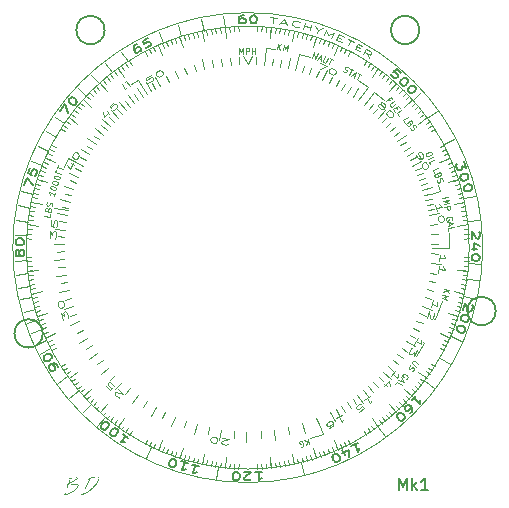
<source format=gbr>
%TF.GenerationSoftware,KiCad,Pcbnew,6.0.7-1.fc35*%
%TF.CreationDate,2022-12-09T22:28:57+01:00*%
%TF.ProjectId,ring,72696e67-2e6b-4696-9361-645f70636258,rev?*%
%TF.SameCoordinates,Original*%
%TF.FileFunction,Legend,Top*%
%TF.FilePolarity,Positive*%
%FSLAX46Y46*%
G04 Gerber Fmt 4.6, Leading zero omitted, Abs format (unit mm)*
G04 Created by KiCad (PCBNEW 6.0.7-1.fc35) date 2022-12-09 22:28:57*
%MOMM*%
%LPD*%
G01*
G04 APERTURE LIST*
%ADD10C,0.120000*%
%ADD11C,0.100000*%
%ADD12C,0.200000*%
%ADD13C,0.125000*%
%ADD14C,0.080000*%
%ADD15C,0.150000*%
G04 APERTURE END LIST*
D10*
X161186765Y-110931168D02*
X160971554Y-110593968D01*
X155421584Y-113354627D02*
X155329238Y-112965408D01*
X134011002Y-102726321D02*
X134376023Y-102562678D01*
X156559353Y-113049763D02*
X156442750Y-112667110D01*
X169873576Y-94314831D02*
X169473947Y-94332609D01*
D11*
X157176750Y-110067311D02*
X157490000Y-110860000D01*
D10*
X169787308Y-97059911D02*
X168892215Y-96965833D01*
D12*
X165660000Y-76680000D02*
G75*
G03*
X165660000Y-76680000I-1200000J0D01*
G01*
D10*
X168105528Y-87116628D02*
X167744014Y-87287880D01*
X147626596Y-76682091D02*
X147702563Y-77074836D01*
X153099911Y-113747308D02*
X153057075Y-113349584D01*
X161186765Y-79268832D02*
X160973290Y-79607133D01*
X136692859Y-83148286D02*
X137001737Y-83402478D01*
X144973743Y-112807079D02*
X145104326Y-112428969D01*
X162786535Y-109794270D02*
X162537256Y-109481413D01*
X166971168Y-105146765D02*
X166632867Y-104933290D01*
X169480290Y-98998349D02*
X169088795Y-98916185D01*
X168847079Y-101266257D02*
X168468969Y-101135674D01*
X169300957Y-90437059D02*
X168913757Y-90537536D01*
X169557909Y-98613404D02*
X169164779Y-98539457D01*
X142803080Y-111894616D02*
X142980024Y-111535854D01*
X166757292Y-105476104D02*
X166423535Y-105255591D01*
D11*
X166612771Y-90523857D02*
X167418221Y-90291394D01*
D10*
X132492692Y-97059911D02*
X133387785Y-96965833D01*
X162476247Y-80165046D02*
X162235212Y-80484298D01*
X132979043Y-90437059D02*
X133366754Y-90535545D01*
D11*
X155520000Y-78690000D02*
X156450000Y-78980000D01*
D10*
X146097747Y-113159320D02*
X146204331Y-112773756D01*
X154653404Y-113517909D02*
X154577437Y-113125164D01*
X168847079Y-88933743D02*
X168469645Y-89066268D01*
X158766321Y-112228998D02*
X158602678Y-111863977D01*
X135308832Y-85053235D02*
X135647133Y-85266710D01*
X134174472Y-103083372D02*
X134535986Y-102912120D01*
X165587141Y-107051714D02*
X165278263Y-106797522D01*
X147241651Y-76759710D02*
X147325826Y-77150778D01*
X168972332Y-100894076D02*
X168591570Y-100771440D01*
X133565941Y-101635734D02*
X133940517Y-101495334D01*
X132799710Y-98998349D02*
X133190778Y-98914174D01*
X169787308Y-97059911D02*
X169389369Y-97019120D01*
X166309087Y-84079013D02*
X165580953Y-84608033D01*
X163391651Y-80906325D02*
X163131046Y-81209812D01*
X133307668Y-100894076D02*
X133687795Y-100769484D01*
X143513679Y-77971002D02*
X143879751Y-78793214D01*
X149180089Y-113747308D02*
X149274167Y-112852215D01*
X144237656Y-77666670D02*
X144385870Y-78038224D01*
X133307668Y-100894076D02*
X134163641Y-100615954D01*
X162160987Y-110269087D02*
X161925028Y-109946066D01*
D11*
X155300000Y-79510000D02*
X155520000Y-78690000D01*
D10*
X168714059Y-88564266D02*
X168339483Y-88704666D01*
X149180089Y-76452692D02*
X149274167Y-77347785D01*
D11*
X160813519Y-82183576D02*
X161330000Y-81520000D01*
D10*
X145720647Y-113049763D02*
X145835282Y-112666516D01*
X132722091Y-98613404D02*
X133114836Y-98537437D01*
X144973743Y-77392921D02*
X145106268Y-77770355D01*
X168972332Y-89305924D02*
X168592205Y-89430516D01*
X164536379Y-81981296D02*
X164251293Y-82261912D01*
X166971168Y-85053235D02*
X166633968Y-85268446D01*
X142453189Y-78483663D02*
X142639429Y-78837689D01*
X141093235Y-110931168D02*
X141306710Y-110592867D01*
X132652552Y-91973082D02*
X133047145Y-92038780D01*
X132537827Y-97450001D02*
X132934567Y-97398845D01*
X132799710Y-91201651D02*
X133191205Y-91283815D01*
X169742173Y-97450001D02*
X169345175Y-97400885D01*
X164536379Y-108218704D02*
X164249854Y-107939557D01*
X138888349Y-109293675D02*
X139148954Y-108990188D01*
X156934076Y-112932332D02*
X156809484Y-112552205D01*
X169824264Y-93531039D02*
X169425730Y-93565536D01*
X146858416Y-76845373D02*
X146950762Y-77234592D01*
X163686214Y-81166017D02*
X163419310Y-81463980D01*
X164258704Y-108496379D02*
X163978088Y-108211293D01*
X140439107Y-79703433D02*
X140668250Y-80031325D01*
X133307668Y-89305924D02*
X134163641Y-89584046D01*
X136205046Y-106436247D02*
X136523055Y-106193575D01*
X135522708Y-84723896D02*
X135856465Y-84944409D01*
D11*
X161300000Y-82570000D02*
X161850000Y-81920000D01*
D10*
X138888349Y-80906325D02*
X139150510Y-81208469D01*
X166536567Y-84399107D02*
X166208675Y-84628250D01*
X133706670Y-102002344D02*
X134078224Y-101854130D01*
D11*
X168160000Y-95170000D02*
X168140000Y-93880000D01*
D10*
X169394627Y-90818416D02*
X169005408Y-90910762D01*
X162476247Y-110034954D02*
X162233575Y-109716945D01*
X167756337Y-103786811D02*
X167401359Y-103602393D01*
D11*
X152670000Y-78220000D02*
X153480000Y-78320000D01*
D10*
X157675734Y-77525941D02*
X157537261Y-77901234D01*
X150354831Y-113833576D02*
X150370555Y-113433861D01*
X145720647Y-77150237D02*
X145837250Y-77532890D01*
X166930000Y-101140000D02*
X167020000Y-101180000D01*
D11*
X152594209Y-79031849D02*
X152670000Y-78220000D01*
D10*
X132492692Y-93140089D02*
X133387785Y-93234167D01*
X168268998Y-102726321D02*
X167446786Y-102360249D01*
X155038349Y-76759710D02*
X154956185Y-77151205D01*
X134011002Y-102726321D02*
X134833214Y-102360249D01*
X135970913Y-84079013D02*
X136295143Y-84313309D01*
X168268998Y-87473679D02*
X167903977Y-87637322D01*
X158766321Y-77971002D02*
X158604556Y-78336859D01*
X149571039Y-113784264D02*
X149603488Y-113385558D01*
X169787308Y-93140089D02*
X169389584Y-93182925D01*
X148789999Y-76497827D02*
X148841155Y-76894567D01*
X166309087Y-106120987D02*
X165984857Y-105886691D01*
X132537827Y-92749999D02*
X132934825Y-92799115D01*
D11*
X161850000Y-81920000D02*
X162700000Y-82640000D01*
D10*
X164808179Y-82264726D02*
X164517278Y-82539310D01*
X153490001Y-113702173D02*
X153438845Y-113305433D01*
X138593786Y-81166017D02*
X139196019Y-81834864D01*
X166074954Y-106436247D02*
X165755702Y-106195212D01*
X156559353Y-77150237D02*
X156444718Y-77533484D01*
D11*
X141810000Y-80920000D02*
X141270000Y-81290000D01*
D10*
X169742173Y-92749999D02*
X169345433Y-92801155D01*
X166309087Y-84079013D02*
X165986066Y-84314972D01*
X140439107Y-110496567D02*
X140666561Y-110167502D01*
D12*
X172130000Y-100470000D02*
G75*
G03*
X172130000Y-100470000I-1200000J0D01*
G01*
D10*
X134523663Y-86413189D02*
X134878641Y-86597607D01*
X169394627Y-99381584D02*
X169004938Y-99291239D01*
X134345384Y-86763080D02*
X134704146Y-86940024D01*
X155802941Y-113260957D02*
X155702464Y-112873757D01*
X169824264Y-96668961D02*
X169425558Y-96636512D01*
X166074954Y-83763753D02*
X165756945Y-84006425D01*
X132979043Y-99762941D02*
X133366243Y-99662464D01*
X145345924Y-112932332D02*
X145468560Y-112551570D01*
X168573330Y-102002344D02*
X168201020Y-101856042D01*
X136692859Y-107051714D02*
X137000427Y-106795938D01*
X169300957Y-99762941D02*
X168913246Y-99664455D01*
X162160987Y-79930913D02*
X161631967Y-80659047D01*
X163975274Y-108768179D02*
X163700690Y-108477278D01*
X169627448Y-91973082D02*
X169233198Y-92040807D01*
X145345924Y-77267668D02*
X145470516Y-77647795D01*
X140119013Y-110269087D02*
X140353309Y-109944857D01*
X169873576Y-95885169D02*
X169473861Y-95869445D01*
X137206017Y-82553786D02*
X137874864Y-83156019D01*
X165073983Y-107646214D02*
X164405136Y-107043981D01*
X154266918Y-113587448D02*
X154199193Y-113193198D01*
X169089763Y-100519353D02*
X168706516Y-100404718D01*
X156934076Y-77267668D02*
X156655954Y-78123641D01*
X169480290Y-91201651D02*
X168599935Y-91388776D01*
X154653404Y-76682091D02*
X154579457Y-77075221D01*
X157306257Y-112807079D02*
X157173732Y-112429645D01*
X136205046Y-83763753D02*
X136524298Y-84004788D01*
X135743433Y-84399107D02*
X136072498Y-84626561D01*
X136946325Y-82848349D02*
X137249812Y-83108954D01*
X148400940Y-113648879D02*
X148458360Y-113252997D01*
X137206017Y-82553786D02*
X137503980Y-82820690D01*
X153879060Y-76551121D02*
X153821640Y-76947003D01*
X132406424Y-95885169D02*
X132806053Y-95867391D01*
X153879060Y-113648879D02*
X153819606Y-113253297D01*
X167020000Y-101180000D02*
X167550000Y-99580000D01*
X149571039Y-76415736D02*
X149605536Y-76814270D01*
X133706670Y-88197656D02*
X134078980Y-88343958D01*
X169089763Y-89680647D02*
X168707110Y-89797250D01*
X132799710Y-98998349D02*
X133680065Y-98811224D01*
X166095000Y-103140000D02*
X165425000Y-104260000D01*
X169890024Y-95100000D02*
G75*
G03*
X169890024Y-95100000I-18750024J0D01*
G01*
X166309087Y-106120987D02*
X165580953Y-105591967D01*
X169199320Y-90057747D02*
X168814309Y-90166311D01*
X148013082Y-113587448D02*
X148078780Y-113192855D01*
X137206017Y-107646214D02*
X137874864Y-107043981D01*
X165587141Y-83148286D02*
X165279573Y-83404062D01*
X152708961Y-113784264D02*
X152674464Y-113385730D01*
D11*
X142280000Y-81610000D02*
X141810000Y-80920000D01*
D10*
X135308832Y-105146765D02*
X135646032Y-104931554D01*
X140119013Y-79930913D02*
X140648033Y-80659047D01*
X161516104Y-79482708D02*
X161295591Y-79816465D01*
X138593786Y-109033983D02*
X138860690Y-108736020D01*
X139188286Y-80652859D02*
X139444062Y-80960427D01*
X169480290Y-91201651D02*
X169089222Y-91285826D01*
X161516104Y-110717292D02*
X161293878Y-110384673D01*
X163391651Y-109293675D02*
X163129490Y-108991531D01*
X133190237Y-89680647D02*
X133573484Y-89795282D01*
X155038349Y-76759710D02*
X154851224Y-77640065D01*
X136445730Y-83453465D02*
X136759864Y-83701133D01*
X133307668Y-89305924D02*
X133688430Y-89428560D01*
X148789999Y-113702173D02*
X148839115Y-113305175D01*
X165970000Y-103070000D02*
X166095000Y-103140000D01*
X158042344Y-112533330D02*
X157894130Y-112161776D01*
X169627448Y-98226918D02*
X169232855Y-98161220D01*
X165333675Y-107351651D02*
X165030188Y-107091046D01*
X150770000Y-78900000D02*
X151130000Y-79530000D01*
X161840893Y-79703433D02*
X161613439Y-80032498D01*
X168424955Y-87834074D02*
X168056587Y-87990037D01*
X155038349Y-113440290D02*
X154851224Y-112559935D01*
X138304726Y-108768179D02*
X138577811Y-108475871D01*
X133432921Y-101266257D02*
X133810355Y-101133732D01*
X146097747Y-77040680D02*
X146206311Y-77425691D01*
X133565941Y-88564266D02*
X133941234Y-88702739D01*
X132455736Y-93531039D02*
X132854442Y-93563488D01*
X150354831Y-76366424D02*
X150372609Y-76766053D01*
X168573330Y-88197656D02*
X168201776Y-88345870D01*
X133080680Y-90057747D02*
X133466244Y-90164331D01*
X166757292Y-84723896D02*
X166424673Y-84946122D01*
X165834270Y-83453465D02*
X165521413Y-83702744D01*
X165073983Y-82553786D02*
X164405136Y-83156019D01*
X156182253Y-113159320D02*
X156073689Y-112774309D01*
X158405926Y-112384955D02*
X158249963Y-112016587D01*
X159123372Y-78134472D02*
X158953981Y-78496861D01*
X162786535Y-80405730D02*
X162538867Y-80719864D01*
X132885373Y-99381584D02*
X133274592Y-99289238D01*
X135930000Y-87550000D02*
X135580000Y-88280000D01*
X155802941Y-76939043D02*
X155704455Y-77326754D01*
X134523663Y-103786811D02*
X134877689Y-103600571D01*
X140763896Y-79482708D02*
X140986122Y-79815327D01*
X146477059Y-113260957D02*
X146575545Y-112873246D01*
X154266918Y-76612552D02*
X154201220Y-77007145D01*
X135970913Y-84079013D02*
X136699047Y-84608033D01*
X138021296Y-81703621D02*
X138301912Y-81988707D01*
X169853024Y-93922676D02*
X169453855Y-93948820D01*
X132885373Y-90818416D02*
X133275062Y-90908761D01*
X140119013Y-110269087D02*
X140648033Y-109540953D01*
X169557909Y-91586596D02*
X169165164Y-91662563D01*
X144237656Y-112533330D02*
X144383958Y-112161020D01*
X136445730Y-106746535D02*
X136758587Y-106497256D01*
X134011002Y-87473679D02*
X134376859Y-87635444D01*
X153490001Y-76497827D02*
X153440885Y-76894825D01*
X159123372Y-112065528D02*
X158952120Y-111704014D01*
X139493465Y-80405730D02*
X139742744Y-80718587D01*
X133080680Y-100142253D02*
X133465691Y-100033689D01*
X169853024Y-96277324D02*
X169453726Y-96253232D01*
D11*
X156430000Y-111260000D02*
X157490000Y-110860000D01*
D10*
X163686214Y-81166017D02*
X163083981Y-81834864D01*
X133855045Y-87834074D02*
X134224210Y-87988141D01*
D12*
X133780000Y-102370000D02*
G75*
G03*
X133780000Y-102370000I-1200000J0D01*
G01*
D10*
X163686214Y-109033983D02*
X163083981Y-108365136D01*
X148400940Y-76551121D02*
X148460394Y-76946703D01*
X135970913Y-106120987D02*
X136699047Y-105591967D01*
X132426976Y-93922676D02*
X132826274Y-93946768D01*
X171030000Y-95100000D02*
G75*
G03*
X171030000Y-95100000I-19890000J0D01*
G01*
X153099911Y-76452692D02*
X153059120Y-76850631D01*
X158766321Y-112228998D02*
X158400249Y-111406786D01*
D11*
X167418221Y-90291394D02*
X167260000Y-89770000D01*
D10*
X132426976Y-96277324D02*
X132826145Y-96251180D01*
X143156628Y-78134472D02*
X143327880Y-78495986D01*
X147626596Y-113517909D02*
X147700543Y-113124779D01*
X153099911Y-76452692D02*
X153005833Y-77347785D01*
X168972332Y-100894076D02*
X168116359Y-100615954D01*
D12*
X139020000Y-76680000D02*
G75*
G03*
X139020000Y-76680000I-1200000J0D01*
G01*
D10*
X143874074Y-112384955D02*
X144028141Y-112015790D01*
X159826811Y-111716337D02*
X159640571Y-111362311D01*
X143513679Y-112228998D02*
X143879751Y-111406786D01*
X165333675Y-82848349D02*
X165031531Y-83110510D01*
X138021296Y-108496379D02*
X138300443Y-108209854D01*
X146477059Y-76939043D02*
X146577536Y-77326243D01*
X140119013Y-79930913D02*
X140354972Y-80253934D01*
X140763896Y-110717292D02*
X140984409Y-110383535D01*
X147241651Y-113440290D02*
X147428776Y-112559935D01*
X134174472Y-87116628D02*
X134536861Y-87286019D01*
X139803753Y-110034954D02*
X140044788Y-109715702D01*
X133190237Y-100519353D02*
X133572890Y-100402750D01*
X145345924Y-77267668D02*
X145624046Y-78123641D01*
X166536567Y-105800893D02*
X166207502Y-105573439D01*
X169787308Y-93140089D02*
X168892215Y-93234167D01*
X168268998Y-87473679D02*
X167446786Y-87839751D01*
X158405926Y-77815045D02*
X158251859Y-78184210D01*
X169688879Y-92360940D02*
X169293297Y-92420394D01*
X139493465Y-109794270D02*
X139741133Y-109480136D01*
X148013082Y-76612552D02*
X148080807Y-77006802D01*
X163686214Y-109033983D02*
X163417782Y-108737396D01*
X155038349Y-113440290D02*
X154954174Y-113049222D01*
X138593786Y-109033983D02*
X139196019Y-108365136D01*
X135743433Y-105800893D02*
X136071325Y-105571750D01*
X132799710Y-91201651D02*
X133680065Y-91388776D01*
X132492692Y-97059911D02*
X132890416Y-97017075D01*
X163091714Y-80652859D02*
X162837522Y-80961737D01*
X162160987Y-110269087D02*
X161631967Y-109540953D01*
X132591121Y-92360940D02*
X132987003Y-92418360D01*
X162160987Y-79930913D02*
X161926691Y-80255143D01*
X142453189Y-111716337D02*
X142637607Y-111361359D01*
X146858416Y-113354627D02*
X146948761Y-112964938D01*
X135970913Y-106120987D02*
X136293934Y-105885028D01*
X169688879Y-97839060D02*
X169292997Y-97781640D01*
X132722091Y-91586596D02*
X133115221Y-91660543D01*
X164258704Y-81703621D02*
X163979557Y-81990146D01*
X159476920Y-111894616D02*
X159298135Y-111536768D01*
X138304726Y-81431821D02*
X138579310Y-81722722D01*
X165073983Y-107646214D02*
X164776020Y-107379310D01*
X168972332Y-89305924D02*
X168116359Y-89584046D01*
X168268998Y-102726321D02*
X167903141Y-102564556D01*
X152708961Y-76415736D02*
X152676512Y-76814442D01*
X167934616Y-86763080D02*
X167576768Y-86941865D01*
X158766321Y-77971002D02*
X158400249Y-78793214D01*
X157675734Y-112674059D02*
X157535334Y-112299483D01*
X168714059Y-101635734D02*
X168338766Y-101497261D01*
X137206017Y-107646214D02*
X137502604Y-107377782D01*
X169199320Y-100142253D02*
X168813756Y-100035669D01*
X145345924Y-112932332D02*
X145624046Y-112076359D01*
X136946325Y-107351651D02*
X137248469Y-107089490D01*
X167934616Y-103436920D02*
X167575854Y-103259976D01*
X158042344Y-77666670D02*
X157896042Y-78038980D01*
X134011002Y-87473679D02*
X134833214Y-87839751D01*
X137471821Y-82264726D02*
X137764129Y-82537811D01*
X161840893Y-110496567D02*
X161611750Y-110168675D01*
X159826811Y-78483663D02*
X159642393Y-78838641D01*
X168424955Y-102365926D02*
X168055790Y-102211859D01*
X133432921Y-88933743D02*
X133811031Y-89064326D01*
X165073983Y-82553786D02*
X164777396Y-82822218D01*
X149962676Y-113813024D02*
X149986768Y-113413726D01*
X143874074Y-77815045D02*
X144030037Y-78183413D01*
X143513679Y-77971002D02*
X143677322Y-78336023D01*
X169480290Y-98998349D02*
X168599935Y-98811224D01*
X163091714Y-109547141D02*
X162835938Y-109239573D01*
X156182253Y-77040680D02*
X156075669Y-77426244D01*
X137471821Y-107935274D02*
X137762722Y-107660690D01*
X163975274Y-81431821D02*
X163702189Y-81724129D01*
X147241651Y-76759710D02*
X147428776Y-77640065D01*
X134345384Y-103436920D02*
X134703232Y-103258135D01*
X139803753Y-80165046D02*
X140046425Y-80483055D01*
X132455736Y-96668961D02*
X132854270Y-96634464D01*
X132406424Y-94314831D02*
X132806139Y-94330555D01*
X164808179Y-107935274D02*
X164515871Y-107662189D01*
X157306257Y-77392921D02*
X157175674Y-77771031D01*
X156934076Y-112932332D02*
X156655954Y-112076359D01*
X153099911Y-113747308D02*
X153005833Y-112852215D01*
X142803080Y-78305384D02*
X142981865Y-78663232D01*
X139188286Y-109547141D02*
X139442478Y-109238263D01*
X147241651Y-113440290D02*
X147323815Y-113048795D01*
X135522708Y-105476104D02*
X135855327Y-105253878D01*
X152317324Y-76386976D02*
X152293232Y-76786274D01*
X156934076Y-77267668D02*
X156811440Y-77648430D01*
X159476920Y-78305384D02*
X159299976Y-78664146D01*
X144604266Y-77525941D02*
X144744666Y-77900517D01*
D11*
X161330000Y-81520000D02*
X160490000Y-80930000D01*
D10*
X151130000Y-79530000D02*
X151490000Y-78900000D01*
X167848746Y-87660787D02*
X167326061Y-87893501D01*
X137743621Y-81981296D02*
X138030146Y-82260443D01*
X151925169Y-76366424D02*
X151909445Y-76766139D01*
X165834270Y-106746535D02*
X165520136Y-106498867D01*
D11*
X168160000Y-95170000D02*
X166700000Y-95170000D01*
D10*
X132492692Y-93140089D02*
X132890631Y-93180880D01*
X149180089Y-113747308D02*
X149220880Y-113349369D01*
X143156628Y-112065528D02*
X143326019Y-111703139D01*
X144604266Y-112674059D02*
X144742739Y-112298766D01*
X152317324Y-113813024D02*
X152291180Y-113413855D01*
X143513679Y-112228998D02*
X143675444Y-111863141D01*
X141093235Y-79268832D02*
X141308446Y-79606032D01*
X149180089Y-76452692D02*
X149222925Y-76850416D01*
X132591121Y-97839060D02*
X132986703Y-97779606D01*
X168105528Y-103083372D02*
X167743139Y-102913981D01*
X133855045Y-102365926D02*
X134223413Y-102209963D01*
X137743621Y-108218704D02*
X138028707Y-107938088D01*
X167756337Y-86413189D02*
X167402311Y-86599429D01*
X149962676Y-76386976D02*
X149988820Y-76786145D01*
X136412085Y-87781940D02*
X135930000Y-87550000D01*
X138593786Y-81166017D02*
X138862218Y-81462604D01*
X132652552Y-98226918D02*
X133046802Y-98159193D01*
X151925169Y-113833576D02*
X151907391Y-113433947D01*
X155421584Y-76845373D02*
X155331239Y-77235062D01*
D13*
X135560948Y-94776604D02*
X134703972Y-94759700D01*
D11*
X164068592Y-86454475D02*
X164543878Y-86137247D01*
X136584653Y-89589326D02*
X136049867Y-89387994D01*
D10*
X145504472Y-77214832D02*
X145205431Y-76260591D01*
D13*
X136136484Y-87967732D02*
X136434691Y-88116673D01*
X135859693Y-88095628D02*
X136072815Y-88468213D01*
X136349419Y-87914399D01*
X136306539Y-87254246D02*
X136349093Y-87169043D01*
X136412948Y-87094480D01*
X136455526Y-87062517D01*
X136519404Y-87041194D01*
X136625884Y-87041147D01*
X136732386Y-87094340D01*
X136796311Y-87179496D01*
X136817635Y-87243374D01*
X136817658Y-87296614D01*
X136796404Y-87392455D01*
X136753850Y-87477657D01*
X136689995Y-87552220D01*
X136647417Y-87584183D01*
X136583539Y-87605507D01*
X136477059Y-87605553D01*
X136370557Y-87552360D01*
X136306632Y-87467204D01*
X136285308Y-87403326D01*
X136285285Y-87350086D01*
X136306539Y-87254246D01*
X166615101Y-100118107D02*
X166794619Y-99575610D01*
X166704860Y-99846859D02*
X167179545Y-100003938D01*
X167141653Y-99891082D01*
X167126365Y-99785705D01*
X167133680Y-99687809D01*
X166924898Y-100621892D02*
X166932543Y-100674580D01*
X166925227Y-100772476D01*
X166850427Y-100998517D01*
X166797903Y-101081453D01*
X166760339Y-101119181D01*
X166700171Y-101149429D01*
X166654963Y-101134469D01*
X166602111Y-101066821D01*
X166510381Y-100434564D01*
X166315902Y-101022270D01*
D11*
X156932116Y-80660819D02*
X157144789Y-80130441D01*
X160942213Y-83014245D02*
X161301825Y-82570162D01*
D10*
X132700790Y-91710229D02*
X131717535Y-91527994D01*
D14*
X156216799Y-111291067D02*
X156364987Y-111768603D01*
X155943922Y-111375745D02*
X156233258Y-111585114D01*
X156092109Y-111853281D02*
X156280308Y-111495725D01*
X155630256Y-111971672D02*
X155682793Y-111980299D01*
X155751012Y-111959129D01*
X155812175Y-111915220D01*
X155843541Y-111855627D01*
X155852168Y-111803091D01*
X155846682Y-111705075D01*
X155825512Y-111636856D01*
X155774546Y-111552953D01*
X155737693Y-111514530D01*
X155678100Y-111483164D01*
X155602825Y-111481593D01*
X155557345Y-111495706D01*
X155496182Y-111539616D01*
X155480499Y-111569412D01*
X155529895Y-111728591D01*
X155620854Y-111700365D01*
D11*
X158040650Y-81151704D02*
X158294013Y-80639514D01*
X161763308Y-106470300D02*
X162154405Y-106886921D01*
D10*
X162166718Y-110275040D02*
X162754503Y-111084057D01*
D11*
X161735617Y-83709816D02*
X162125403Y-83291968D01*
X156324727Y-80426130D02*
X156516132Y-79887711D01*
D13*
X139349094Y-105277251D02*
X138700339Y-105837439D01*
D11*
X155762169Y-80246366D02*
X155931621Y-79700640D01*
D13*
X160424119Y-107603955D02*
X160937687Y-108290207D01*
D11*
X166284219Y-91522621D02*
X166840183Y-91390582D01*
X164608150Y-87307712D02*
X165102422Y-87020962D01*
D14*
X163159642Y-82637182D02*
X163049948Y-82511703D01*
X162852766Y-82684079D02*
X163229204Y-82354997D01*
X163385909Y-82534253D01*
X163511274Y-82677657D02*
X163206539Y-82944057D01*
X163186358Y-82993324D01*
X163184103Y-83026920D01*
X163197519Y-83078442D01*
X163260201Y-83150144D01*
X163309468Y-83170325D01*
X163343064Y-83172580D01*
X163394586Y-83159164D01*
X163699321Y-82892765D01*
X163676771Y-83228726D02*
X163786465Y-83354205D01*
X163636295Y-83580358D02*
X163479589Y-83401102D01*
X163856027Y-83072020D01*
X164012732Y-83251276D01*
X163934036Y-83920944D02*
X163777330Y-83741688D01*
X164153767Y-83412606D01*
X164451165Y-84512489D02*
X164294459Y-84333233D01*
X164670896Y-84004151D01*
X164867734Y-84591071D02*
X164896820Y-84660518D01*
X164894565Y-84694114D01*
X164874385Y-84743381D01*
X164820608Y-84790392D01*
X164769086Y-84803808D01*
X164735490Y-84801553D01*
X164686223Y-84781372D01*
X164560859Y-84637968D01*
X164937296Y-84308886D01*
X165046990Y-84434365D01*
X165060406Y-84485887D01*
X165058151Y-84519483D01*
X165037970Y-84568749D01*
X165002119Y-84600091D01*
X164950597Y-84613506D01*
X164917001Y-84611251D01*
X164867734Y-84591071D01*
X164758040Y-84465591D01*
X164892196Y-84980809D02*
X164921282Y-85050256D01*
X164999635Y-85139884D01*
X165048901Y-85160065D01*
X165082498Y-85162320D01*
X165134019Y-85148904D01*
X165169871Y-85117563D01*
X165190051Y-85068296D01*
X165192306Y-85034700D01*
X165178891Y-84983178D01*
X165134134Y-84895806D01*
X165120718Y-84844284D01*
X165122973Y-84810688D01*
X165143154Y-84761421D01*
X165179005Y-84730080D01*
X165230527Y-84716664D01*
X165264123Y-84718919D01*
X165313390Y-84739100D01*
X165391743Y-84828728D01*
X165420829Y-84898175D01*
D13*
X140476063Y-106447924D02*
X139890837Y-107074186D01*
D10*
X136810087Y-107194998D02*
X136046291Y-107840455D01*
D11*
X162220620Y-106031976D02*
X162627352Y-106433348D01*
D10*
X132516016Y-92896075D02*
X131523259Y-92775938D01*
D11*
X166122929Y-99294655D02*
X166673092Y-99449092D01*
X163430408Y-104645318D02*
X163881497Y-104996102D01*
X148215179Y-79819277D02*
X148108202Y-79257951D01*
X136997019Y-88605453D02*
X136477622Y-88367216D01*
X158614853Y-108751941D02*
X158889092Y-109253263D01*
D13*
X140813363Y-83439033D02*
X140244955Y-82797468D01*
X158758766Y-77270215D02*
X159063281Y-77405794D01*
X159087261Y-77703161D02*
X158652240Y-77509477D01*
X158855608Y-77052704D01*
X159290630Y-77246388D01*
X141843361Y-107594108D02*
X141331351Y-108281523D01*
D11*
X135936115Y-91757245D02*
X135377782Y-91635611D01*
D13*
X134371342Y-94303784D02*
X134432503Y-93687765D01*
X134589114Y-94038286D01*
X134603228Y-93896128D01*
X134636331Y-93803708D01*
X134664728Y-93758674D01*
X134716819Y-93715993D01*
X134835284Y-93727755D01*
X134877966Y-93779845D01*
X134896954Y-93829584D01*
X134911238Y-93926708D01*
X134883010Y-94211025D01*
X134849907Y-94303445D01*
X134821509Y-94348478D01*
X134521892Y-92787429D02*
X134474845Y-93261290D01*
X134707071Y-93332200D01*
X134688082Y-93282461D01*
X134673799Y-93185337D01*
X134697322Y-92948406D01*
X134730425Y-92855987D01*
X134758822Y-92810953D01*
X134810913Y-92768272D01*
X134929378Y-92780033D01*
X134972060Y-92832124D01*
X134991048Y-92881863D01*
X135005332Y-92978987D01*
X134981808Y-93215917D01*
X134948706Y-93308337D01*
X134920308Y-93353371D01*
D10*
X137868908Y-108351091D02*
X137161801Y-109058198D01*
D11*
X140470800Y-83772368D02*
X140079267Y-83356156D01*
X155149186Y-80063718D02*
X155296119Y-79511503D01*
D13*
X139479661Y-84773007D02*
X138837798Y-84204935D01*
D11*
X150001049Y-110618030D02*
X149959099Y-111187917D01*
X142599599Y-82093313D02*
X142286122Y-81615545D01*
X160925630Y-107198282D02*
X161284544Y-107642930D01*
D13*
X163817064Y-86066982D02*
X164513921Y-85567898D01*
D10*
X169841273Y-96412591D02*
X170838957Y-96480606D01*
D11*
X163015453Y-105155259D02*
X163452165Y-105523787D01*
D14*
X150411428Y-78706190D02*
X150411428Y-78206190D01*
X150578095Y-78563333D01*
X150744761Y-78206190D01*
X150744761Y-78706190D01*
X150982857Y-78706190D02*
X150982857Y-78206190D01*
X151173333Y-78206190D01*
X151220952Y-78230000D01*
X151244761Y-78253809D01*
X151268571Y-78301428D01*
X151268571Y-78372857D01*
X151244761Y-78420476D01*
X151220952Y-78444285D01*
X151173333Y-78468095D01*
X150982857Y-78468095D01*
X151482857Y-78706190D02*
X151482857Y-78206190D01*
X151482857Y-78444285D02*
X151768571Y-78444285D01*
X151768571Y-78706190D02*
X151768571Y-78206190D01*
D10*
X155628806Y-113305876D02*
X155867340Y-114277010D01*
D13*
X166656759Y-96403914D02*
X167511020Y-96474147D01*
D11*
X164843408Y-87719240D02*
X165346301Y-87447894D01*
D10*
X148584643Y-113675088D02*
X148448927Y-114665836D01*
D13*
X162607326Y-105640468D02*
X163240187Y-106218552D01*
D11*
X139911287Y-105876092D02*
X139499128Y-106271891D01*
X164353209Y-86886127D02*
X164838283Y-86584077D01*
X145223737Y-80705535D02*
X145006259Y-80177109D01*
D13*
X136052873Y-91226506D02*
X135222734Y-91013054D01*
D10*
X132671810Y-98365438D02*
X131686700Y-98537368D01*
D11*
X165784424Y-89836821D02*
X166321834Y-89642600D01*
D13*
X165078728Y-88151601D02*
X165844676Y-87766871D01*
X145005427Y-109413418D02*
X144669551Y-110202012D01*
X153355504Y-110514877D02*
X153479238Y-111363042D01*
D14*
X140945904Y-81523031D02*
X140754559Y-81664722D01*
X140457008Y-81262898D01*
X140724891Y-81064530D02*
X140954505Y-80894500D01*
X141137249Y-81381340D02*
X140839698Y-80979515D01*
D11*
X165441193Y-88973961D02*
X165966296Y-88748576D01*
D13*
X163251458Y-105976814D02*
X163636847Y-105554907D01*
X163444152Y-105765860D02*
X163813321Y-106103076D01*
X163824814Y-105984584D01*
X163853887Y-105882151D01*
X163900539Y-105795775D01*
X162919486Y-106834485D02*
X162673374Y-106609675D01*
X163220701Y-106787154D02*
X163117588Y-106370491D01*
X162700083Y-106827557D01*
X160996975Y-108044779D02*
X161454476Y-107702400D01*
X161225725Y-107873589D02*
X161525307Y-108273903D01*
X161558760Y-108159652D01*
X161606478Y-108064464D01*
X161668463Y-107988338D01*
X160572180Y-108987193D02*
X160953431Y-108701877D01*
X160848898Y-108482720D01*
X160825039Y-108530314D01*
X160763054Y-108606440D01*
X160572429Y-108749097D01*
X160481913Y-108787098D01*
X160429522Y-108796567D01*
X160362865Y-108786974D01*
X160291536Y-108691661D01*
X160301130Y-108625004D01*
X160324989Y-108577410D01*
X160386973Y-108501284D01*
X160577599Y-108358626D01*
X160668115Y-108320626D01*
X160720506Y-108311157D01*
D11*
X159560915Y-108189876D02*
X159869540Y-108670793D01*
X139194062Y-85127161D02*
X138754532Y-84761998D01*
D10*
X132419087Y-94061660D02*
X131420746Y-94004096D01*
D11*
X166553748Y-97224101D02*
X167120262Y-97298885D01*
X159069732Y-81720351D02*
X159361128Y-81228803D01*
D10*
X133400160Y-101151300D02*
X132454414Y-101476208D01*
D11*
X135615814Y-94176193D02*
X135045404Y-94142105D01*
X153208270Y-79671503D02*
X153284142Y-79105133D01*
D10*
X133118957Y-100269322D02*
X132157216Y-100543281D01*
X169423881Y-90932787D02*
X170398642Y-90709537D01*
D13*
X142964684Y-81846285D02*
X142514789Y-81116704D01*
X135496310Y-101204568D02*
X135300498Y-100617305D01*
X135586632Y-100873274D01*
X135541444Y-100737751D01*
X135533907Y-100639872D01*
X135541431Y-100587167D01*
X135571543Y-100526930D01*
X135684478Y-100489274D01*
X135744714Y-100519386D01*
X135782364Y-100557029D01*
X135835076Y-100639845D01*
X135925451Y-100910890D01*
X135932988Y-101008769D01*
X135925464Y-101061474D01*
X135104687Y-100030042D02*
X135074562Y-99939694D01*
X135067024Y-99841814D01*
X135074548Y-99789109D01*
X135104660Y-99728873D01*
X135179946Y-99653574D01*
X135292881Y-99615918D01*
X135398291Y-99630967D01*
X135458528Y-99661078D01*
X135496177Y-99698721D01*
X135548889Y-99781538D01*
X135579014Y-99871886D01*
X135586552Y-99969766D01*
X135579028Y-100022471D01*
X135548916Y-100082707D01*
X135473630Y-100158006D01*
X135360695Y-100195663D01*
X135255285Y-100180613D01*
X135195048Y-100150502D01*
X135157399Y-100112859D01*
X135104687Y-100030042D01*
D11*
X162500445Y-84464663D02*
X162917817Y-84074366D01*
X161383727Y-83387122D02*
X161758768Y-82955990D01*
D10*
X133701377Y-101977531D02*
X132771600Y-102345656D01*
D15*
X146438788Y-113473427D02*
X146987192Y-113633999D01*
X146712990Y-113553713D02*
X146516289Y-114225508D01*
X146635790Y-114156299D01*
X146745924Y-114119081D01*
X146846692Y-114113853D01*
X145524781Y-113205806D02*
X146073185Y-113366378D01*
X145798983Y-113286092D02*
X145602282Y-113957887D01*
X145721783Y-113888679D01*
X145831917Y-113851460D01*
X145932685Y-113846232D01*
X144733976Y-113703648D02*
X144642575Y-113676886D01*
X144560541Y-113618133D01*
X144524207Y-113572762D01*
X144497240Y-113495400D01*
X144489007Y-113354058D01*
X144535841Y-113194107D01*
X144619008Y-113079527D01*
X144683442Y-113028928D01*
X144738509Y-113010319D01*
X144839276Y-113005090D01*
X144930677Y-113031853D01*
X145012711Y-113090605D01*
X145049044Y-113135976D01*
X145076011Y-113213338D01*
X145084245Y-113354680D01*
X145037411Y-113514631D01*
X144954244Y-113629211D01*
X144889810Y-113679810D01*
X144834743Y-113698419D01*
X144733976Y-113703648D01*
D13*
X138377724Y-104018578D02*
X137674823Y-104509112D01*
X157467952Y-80870537D02*
X157817130Y-80087742D01*
D11*
X136208173Y-90688707D02*
X135660332Y-90526221D01*
D10*
X132516355Y-97276784D02*
X131522982Y-97391721D01*
D13*
X153911799Y-76045061D02*
X154382127Y-76119553D01*
X153795386Y-76171260D02*
X154202833Y-75729561D01*
X154453845Y-76275550D01*
X155445632Y-76409022D02*
X155394104Y-76422411D01*
X155249418Y-76415999D01*
X155156261Y-76396197D01*
X155021476Y-76343207D01*
X154938220Y-76276827D01*
X154901542Y-76220348D01*
X154874764Y-76117290D01*
X154889615Y-76047423D01*
X154955995Y-75964166D01*
X155012474Y-75927489D01*
X155115531Y-75900711D01*
X155260217Y-75907124D01*
X155353374Y-75926925D01*
X155488159Y-75979916D01*
X155529787Y-76013105D01*
X159609733Y-77406322D02*
X160118880Y-77665745D01*
X159637311Y-77981537D02*
X159864306Y-77536033D01*
D10*
X137460932Y-82266500D02*
X136731964Y-81581953D01*
D11*
X163809810Y-104126412D02*
X164274671Y-104458729D01*
X141875953Y-82593968D02*
X141535894Y-82134740D01*
X148951588Y-79695043D02*
X148871863Y-79129204D01*
D13*
X140252242Y-107805464D02*
X140201194Y-107790348D01*
X140115353Y-107742719D01*
X139941391Y-107580156D01*
X139888063Y-107497735D01*
X139869527Y-107447826D01*
X139867247Y-107380521D01*
X139899759Y-107345729D01*
X139983320Y-107326053D01*
X140595904Y-107507449D01*
X140143604Y-107084786D01*
X139141167Y-106832367D02*
X139489091Y-107157493D01*
X139686446Y-107016043D01*
X139635397Y-107000927D01*
X139549556Y-106953298D01*
X139375594Y-106790735D01*
X139322266Y-106708314D01*
X139303730Y-106658405D01*
X139301450Y-106591100D01*
X139382732Y-106504120D01*
X139450037Y-106501840D01*
X139501085Y-106516956D01*
X139586926Y-106564585D01*
X139760888Y-106727148D01*
X139814216Y-106809569D01*
X139832752Y-106859478D01*
D10*
X139657098Y-80264585D02*
X139044191Y-79474430D01*
D11*
X141144423Y-83160197D02*
X140778264Y-82721498D01*
D15*
X132205271Y-89821446D02*
X132411283Y-89187408D01*
X132944586Y-89811316D01*
X132676154Y-88372217D02*
X132529003Y-88825101D01*
X132831307Y-88973395D01*
X132814320Y-88917806D01*
X132812049Y-88816929D01*
X132885624Y-88590487D01*
X132946756Y-88510210D01*
X132993173Y-88475223D01*
X133071292Y-88450535D01*
X133229801Y-88502038D01*
X133278490Y-88567928D01*
X133295477Y-88623517D01*
X133297749Y-88724394D01*
X133224173Y-88950836D01*
X133163041Y-89031112D01*
X133116624Y-89066100D01*
D10*
X134906313Y-85725000D02*
X134040288Y-85225000D01*
D14*
X134438431Y-92250368D02*
X134393001Y-92484088D01*
X133902187Y-92388684D01*
X134244941Y-91873185D02*
X134281943Y-91807612D01*
X134309858Y-91788783D01*
X134361145Y-91774497D01*
X134431261Y-91788126D01*
X134473462Y-91820584D01*
X134492291Y-91848499D01*
X134506577Y-91899787D01*
X134470233Y-92086763D01*
X133979419Y-91991359D01*
X134011221Y-91827754D01*
X134043679Y-91785553D01*
X134071594Y-91766724D01*
X134122881Y-91752438D01*
X134169625Y-91761524D01*
X134211826Y-91793983D01*
X134230655Y-91821898D01*
X134244941Y-91873185D01*
X134213140Y-92036789D01*
X134537722Y-91614779D02*
X134574723Y-91549205D01*
X134597439Y-91432345D01*
X134583153Y-91381058D01*
X134564324Y-91353143D01*
X134522123Y-91320684D01*
X134475379Y-91311598D01*
X134424091Y-91325884D01*
X134396176Y-91344713D01*
X134363718Y-91386914D01*
X134322174Y-91475860D01*
X134289715Y-91518061D01*
X134261800Y-91536890D01*
X134210513Y-91551176D01*
X134163769Y-91542089D01*
X134121568Y-91509631D01*
X134102739Y-91481716D01*
X134088453Y-91430429D01*
X134111168Y-91313569D01*
X134148169Y-91247995D01*
D11*
X137211173Y-102042224D02*
X136699559Y-102296748D01*
X146722395Y-80180997D02*
X146560387Y-79633015D01*
X164838403Y-102463830D02*
X165341059Y-102735615D01*
D13*
X148861445Y-110505292D02*
X148739635Y-111353735D01*
D11*
X166445638Y-97897693D02*
X167007874Y-97999777D01*
D15*
X169417264Y-87808756D02*
X169608560Y-88397505D01*
X169251939Y-88162891D01*
X169296084Y-88298756D01*
X169293813Y-88399634D01*
X169276826Y-88455223D01*
X169228137Y-88521112D01*
X169069628Y-88572615D01*
X168991509Y-88547928D01*
X168945092Y-88512940D01*
X168883960Y-88432664D01*
X168795669Y-88160933D01*
X168797941Y-88060056D01*
X168814928Y-88004467D01*
X169799856Y-88986255D02*
X169829286Y-89076831D01*
X169827015Y-89177709D01*
X169810028Y-89233298D01*
X169761339Y-89299187D01*
X169649247Y-89385678D01*
X169490737Y-89437181D01*
X169349215Y-89433095D01*
X169271096Y-89408407D01*
X169224679Y-89373420D01*
X169163547Y-89293143D01*
X169134117Y-89202566D01*
X169136388Y-89101689D01*
X169153375Y-89046100D01*
X169202064Y-88980211D01*
X169314156Y-88893720D01*
X169472666Y-88842217D01*
X169614188Y-88846303D01*
X169692307Y-88870990D01*
X169738724Y-88905978D01*
X169799856Y-88986255D01*
X170094158Y-89892023D02*
X170123588Y-89982600D01*
X170121316Y-90083477D01*
X170104330Y-90139066D01*
X170055641Y-90204955D01*
X169943549Y-90291446D01*
X169785039Y-90342949D01*
X169643517Y-90338863D01*
X169565398Y-90314175D01*
X169518981Y-90279188D01*
X169457849Y-90198911D01*
X169428418Y-90108335D01*
X169430690Y-90007457D01*
X169447677Y-89951868D01*
X169496366Y-89885979D01*
X169608458Y-89799488D01*
X169766967Y-89747985D01*
X169908490Y-89752071D01*
X169986609Y-89776759D01*
X170033026Y-89811746D01*
X170094158Y-89892023D01*
D11*
X147899069Y-110319502D02*
X147779970Y-110878381D01*
D13*
X157607747Y-77121711D02*
X157786931Y-76654920D01*
X157970136Y-77107798D01*
X158409318Y-76893832D01*
X158230134Y-77360622D01*
D11*
X135903577Y-91934609D02*
X135342647Y-91825575D01*
X141143886Y-107026166D02*
X140777343Y-107464547D01*
X149705313Y-79603440D02*
X149652530Y-79034454D01*
D10*
X143990475Y-77758133D02*
X143607792Y-76834254D01*
D11*
X142587498Y-108101563D02*
X142273021Y-108578673D01*
D15*
X165007487Y-108034678D02*
X165411548Y-107630617D01*
X165209517Y-107832647D02*
X165704492Y-108327622D01*
X165701125Y-108189568D01*
X165721328Y-108075084D01*
X165765101Y-107984170D01*
X164896370Y-109135744D02*
X165031057Y-109001057D01*
X165074830Y-108910143D01*
X165084932Y-108852901D01*
X165081565Y-108714847D01*
X165020956Y-108586895D01*
X164832394Y-108398333D01*
X164751582Y-108384864D01*
X164694340Y-108394966D01*
X164603426Y-108438739D01*
X164468739Y-108573426D01*
X164424966Y-108664340D01*
X164414864Y-108721582D01*
X164428333Y-108802394D01*
X164546184Y-108920245D01*
X164626996Y-108933714D01*
X164684238Y-108923612D01*
X164775152Y-108879839D01*
X164909839Y-108745152D01*
X164953612Y-108654238D01*
X164963714Y-108596996D01*
X164950245Y-108516184D01*
X164391294Y-109640820D02*
X164323950Y-109708164D01*
X164233037Y-109751937D01*
X164175795Y-109762039D01*
X164094982Y-109748570D01*
X163967030Y-109687961D01*
X163849179Y-109570110D01*
X163788569Y-109442157D01*
X163775101Y-109361345D01*
X163785202Y-109304103D01*
X163828976Y-109213189D01*
X163896319Y-109145846D01*
X163987233Y-109102072D01*
X164044475Y-109091971D01*
X164125287Y-109105440D01*
X164253240Y-109166049D01*
X164371091Y-109283900D01*
X164431700Y-109411852D01*
X164445169Y-109492665D01*
X164435067Y-109549907D01*
X164391294Y-109640820D01*
D13*
X142910085Y-80483040D02*
X142491640Y-80710331D01*
X142563441Y-80942283D01*
X142593921Y-80898631D01*
X142666245Y-80832251D01*
X142875468Y-80718605D01*
X142970521Y-80694069D01*
X143023730Y-80692262D01*
X143088304Y-80711377D01*
X143145127Y-80815988D01*
X143126011Y-80880562D01*
X143095532Y-80924213D01*
X143023207Y-80990594D01*
X142813985Y-81104240D01*
X142718931Y-81128776D01*
X142665722Y-81130583D01*
X143495907Y-80164831D02*
X143579596Y-80119373D01*
X143674650Y-80094837D01*
X143727859Y-80093030D01*
X143792432Y-80112146D01*
X143879735Y-80173105D01*
X143936558Y-80277716D01*
X143940172Y-80384135D01*
X143921056Y-80448708D01*
X143890576Y-80492360D01*
X143818252Y-80558740D01*
X143734563Y-80604198D01*
X143639510Y-80628734D01*
X143586301Y-80630541D01*
X143521727Y-80611426D01*
X143434424Y-80550466D01*
X143377601Y-80445855D01*
X143373988Y-80339437D01*
X143393103Y-80274863D01*
X143423583Y-80231212D01*
X143495907Y-80164831D01*
D10*
X134428739Y-103617742D02*
X133540122Y-104076392D01*
D14*
X156604448Y-79018654D02*
X156790537Y-78554573D01*
X156869637Y-79124990D01*
X157055726Y-78660910D01*
X157121697Y-79072148D02*
X157342687Y-79160762D01*
X157024330Y-79187020D02*
X157365113Y-78784969D01*
X157333717Y-79311079D01*
X157674500Y-78909028D02*
X157523856Y-79284713D01*
X157528233Y-79337772D01*
X157541470Y-79368733D01*
X157576807Y-79408555D01*
X157665204Y-79444000D01*
X157718263Y-79439624D01*
X157749224Y-79426386D01*
X157789045Y-79391049D01*
X157939689Y-79015365D01*
X158094382Y-79077395D02*
X158359571Y-79183731D01*
X158040888Y-79594644D02*
X158226977Y-79130563D01*
D11*
X137990429Y-86775820D02*
X137507742Y-86469970D01*
D13*
X155825478Y-76554534D02*
X155954888Y-76071572D01*
X155893264Y-76301554D02*
X156445222Y-76449450D01*
X156377436Y-76702431D02*
X156506845Y-76219468D01*
D11*
X138550671Y-85947052D02*
X138088910Y-85610441D01*
X166695771Y-94775978D02*
X167267096Y-94765108D01*
D13*
X153014471Y-75577825D02*
X153582770Y-75637555D01*
X153246356Y-76104951D02*
X153298620Y-75607690D01*
X138851946Y-85539656D02*
X138175680Y-85013008D01*
D11*
X165665010Y-100678016D02*
X166198877Y-100881773D01*
D13*
X139192296Y-83566462D02*
X139428163Y-83802000D01*
X138889274Y-83600346D02*
X138973747Y-84021184D01*
X139411174Y-83583146D01*
X139780975Y-82741093D02*
X139444493Y-83078046D01*
X139579321Y-83279982D01*
X139596122Y-83229463D01*
X139646570Y-83145248D01*
X139814812Y-82976772D01*
X139898956Y-82926206D01*
X139949452Y-82909335D01*
X140016795Y-82909288D01*
X140101033Y-82993408D01*
X140101080Y-83060752D01*
X140084280Y-83111271D01*
X140033831Y-83195486D01*
X139865590Y-83363962D01*
X139781445Y-83414528D01*
X139730950Y-83431399D01*
D11*
X145970068Y-80422896D02*
X145780262Y-79883912D01*
D15*
X135077574Y-105199016D02*
X134982336Y-105034059D01*
X134905850Y-104968247D01*
X134853173Y-104943675D01*
X134718951Y-104911196D01*
X134579671Y-104936623D01*
X134348731Y-105069957D01*
X134314806Y-105144529D01*
X134309748Y-105202435D01*
X134328499Y-105301581D01*
X134423737Y-105466538D01*
X134500224Y-105532350D01*
X134552901Y-105556922D01*
X134634446Y-105564828D01*
X134778783Y-105481495D01*
X134812709Y-105406922D01*
X134817767Y-105349016D01*
X134799015Y-105249871D01*
X134703777Y-105084914D01*
X134627290Y-105019102D01*
X134574613Y-104994529D01*
X134493069Y-104986623D01*
X133923737Y-104600512D02*
X133876118Y-104518034D01*
X133857367Y-104418889D01*
X133862425Y-104360983D01*
X133896350Y-104286410D01*
X133988011Y-104178504D01*
X134132348Y-104095171D01*
X134271628Y-104069743D01*
X134353173Y-104077649D01*
X134405850Y-104102222D01*
X134482336Y-104168034D01*
X134529955Y-104250512D01*
X134548707Y-104349658D01*
X134543649Y-104407564D01*
X134509723Y-104482136D01*
X134418063Y-104590042D01*
X134273725Y-104673376D01*
X134134446Y-104698803D01*
X134052901Y-104690897D01*
X134000224Y-104666324D01*
X133923737Y-104600512D01*
D13*
X143696631Y-81421982D02*
X143287506Y-80668781D01*
X137722283Y-87191122D02*
X136983524Y-86756463D01*
D10*
X132419087Y-96178339D02*
X131420746Y-96235903D01*
D11*
X153864938Y-79779424D02*
X153965050Y-79216834D01*
D15*
X164081717Y-80311599D02*
X163734589Y-79985624D01*
X163471694Y-80196017D01*
X163529225Y-80204315D01*
X163621469Y-80245211D01*
X163795033Y-80408198D01*
X163841640Y-80497692D01*
X163853535Y-80554589D01*
X163842611Y-80635784D01*
X163728520Y-80757279D01*
X163648171Y-80773279D01*
X163590640Y-80764981D01*
X163498396Y-80724085D01*
X163324832Y-80561097D01*
X163278225Y-80471604D01*
X163266330Y-80414707D01*
X164567696Y-80767964D02*
X164637122Y-80833159D01*
X164683729Y-80922653D01*
X164695624Y-80979549D01*
X164684700Y-81060745D01*
X164628140Y-81190538D01*
X164514049Y-81312033D01*
X164388063Y-81376631D01*
X164307714Y-81392632D01*
X164250183Y-81384333D01*
X164157939Y-81343437D01*
X164088513Y-81278242D01*
X164041906Y-81188748D01*
X164030012Y-81131852D01*
X164040935Y-81050656D01*
X164097495Y-80920863D01*
X164211587Y-80799368D01*
X164337572Y-80734770D01*
X164417922Y-80718770D01*
X164475453Y-80727068D01*
X164567696Y-80767964D01*
X165261952Y-81419914D02*
X165331378Y-81485109D01*
X165377985Y-81574603D01*
X165389880Y-81631499D01*
X165378956Y-81712694D01*
X165322396Y-81842488D01*
X165208305Y-81963982D01*
X165082319Y-82028581D01*
X165001970Y-82044581D01*
X164944439Y-82036283D01*
X164852195Y-81995387D01*
X164782769Y-81930192D01*
X164736162Y-81840698D01*
X164724267Y-81783801D01*
X164735191Y-81702606D01*
X164791751Y-81572813D01*
X164905842Y-81451318D01*
X165031828Y-81386720D01*
X165112177Y-81370719D01*
X165169708Y-81379018D01*
X165261952Y-81419914D01*
D13*
X135809989Y-92329253D02*
X134966208Y-92178497D01*
D11*
X152541897Y-79603026D02*
X152592992Y-79033887D01*
X136177404Y-99361391D02*
X135627701Y-99517459D01*
D13*
X164539487Y-103031689D02*
X165275585Y-103470839D01*
D10*
X133740309Y-88105143D02*
X132812473Y-87732155D01*
D11*
X137945984Y-103348699D02*
X137461596Y-103651849D01*
X164182664Y-103586701D02*
X164660761Y-103899678D01*
X161335457Y-106857239D02*
X161710574Y-107288305D01*
D13*
X167123653Y-92042589D02*
X167022462Y-91480191D01*
X167073058Y-91761390D02*
X167565156Y-91672847D01*
X167477991Y-91591763D01*
X167414259Y-91506463D01*
X167373961Y-91416947D01*
X167725375Y-92563310D02*
X167742240Y-92657043D01*
X167735672Y-92754992D01*
X167720672Y-92806075D01*
X167682238Y-92861374D01*
X167596938Y-92925106D01*
X167479771Y-92946187D01*
X167377606Y-92916186D01*
X167322307Y-92877752D01*
X167290441Y-92835102D01*
X167250143Y-92745585D01*
X167233277Y-92651852D01*
X167239845Y-92553903D01*
X167254846Y-92502821D01*
X167293280Y-92447521D01*
X167378580Y-92383790D01*
X167495746Y-92362708D01*
X167597912Y-92392710D01*
X167653211Y-92431143D01*
X167685077Y-92473794D01*
X167725375Y-92563310D01*
X135594314Y-96080785D02*
X134738797Y-96133560D01*
X151017638Y-110673706D02*
X151015394Y-111530845D01*
D10*
X169433753Y-99197773D02*
X170408747Y-99420003D01*
D11*
X136616664Y-100693720D02*
X136083401Y-100899051D01*
D14*
X166668582Y-87033342D02*
X166706146Y-87120859D01*
X166703049Y-87174008D01*
X166678073Y-87236549D01*
X166599947Y-87295992D01*
X166446792Y-87361729D01*
X166349884Y-87377414D01*
X166287343Y-87352438D01*
X166246682Y-87318070D01*
X166209118Y-87230553D01*
X166212215Y-87177404D01*
X166237191Y-87114863D01*
X166315317Y-87055420D01*
X166468472Y-86989682D01*
X166565380Y-86973998D01*
X166627921Y-86998974D01*
X166668582Y-87033342D01*
X166378156Y-87624380D02*
X166837621Y-87427168D01*
X166565977Y-88061965D02*
X166472066Y-87843172D01*
X166931531Y-87645961D01*
X166875881Y-88783981D02*
X166781970Y-88565188D01*
X167241435Y-88367976D01*
X167248027Y-88986989D02*
X167254321Y-89062018D01*
X167241832Y-89093288D01*
X167207465Y-89133949D01*
X167141827Y-89162122D01*
X167088678Y-89159025D01*
X167057407Y-89146537D01*
X167016746Y-89112169D01*
X166941618Y-88937135D01*
X167401082Y-88739924D01*
X167466819Y-88893079D01*
X167463722Y-88946228D01*
X167451234Y-88977498D01*
X167416866Y-89018160D01*
X167373108Y-89036942D01*
X167319958Y-89033845D01*
X167288688Y-89021356D01*
X167248027Y-88986989D01*
X167182290Y-88833834D01*
X167151317Y-89365330D02*
X167157611Y-89440358D01*
X167204566Y-89549755D01*
X167245228Y-89584122D01*
X167276498Y-89596610D01*
X167329648Y-89599708D01*
X167373406Y-89580926D01*
X167407774Y-89540264D01*
X167420262Y-89508994D01*
X167423359Y-89455844D01*
X167407674Y-89358936D01*
X167410771Y-89305787D01*
X167423260Y-89274517D01*
X167457627Y-89233855D01*
X167501386Y-89215073D01*
X167554535Y-89218170D01*
X167585805Y-89230659D01*
X167626467Y-89265026D01*
X167673422Y-89374422D01*
X167679716Y-89449451D01*
D11*
X144110994Y-108983816D02*
X143855221Y-109494806D01*
D13*
X142238633Y-82319312D02*
X141748345Y-81616239D01*
D15*
X150854285Y-75426666D02*
X150663809Y-75426666D01*
X150568571Y-75460000D01*
X150520952Y-75493333D01*
X150425714Y-75593333D01*
X150378095Y-75726666D01*
X150378095Y-75993333D01*
X150425714Y-76060000D01*
X150473333Y-76093333D01*
X150568571Y-76126666D01*
X150759047Y-76126666D01*
X150854285Y-76093333D01*
X150901904Y-76060000D01*
X150949523Y-75993333D01*
X150949523Y-75826666D01*
X150901904Y-75760000D01*
X150854285Y-75726666D01*
X150759047Y-75693333D01*
X150568571Y-75693333D01*
X150473333Y-75726666D01*
X150425714Y-75760000D01*
X150378095Y-75826666D01*
X151568571Y-75426666D02*
X151663809Y-75426666D01*
X151759047Y-75460000D01*
X151806666Y-75493333D01*
X151854285Y-75560000D01*
X151901904Y-75693333D01*
X151901904Y-75860000D01*
X151854285Y-75993333D01*
X151806666Y-76060000D01*
X151759047Y-76093333D01*
X151663809Y-76126666D01*
X151568571Y-76126666D01*
X151473333Y-76093333D01*
X151425714Y-76060000D01*
X151378095Y-75993333D01*
X151330476Y-75860000D01*
X151330476Y-75693333D01*
X151378095Y-75560000D01*
X151425714Y-75493333D01*
X151473333Y-75460000D01*
X151568571Y-75426666D01*
D11*
X160465063Y-82645393D02*
X160808639Y-82188790D01*
D15*
X159922991Y-111885229D02*
X160437719Y-111637064D01*
X160180355Y-111761147D02*
X160484357Y-112391689D01*
X160526716Y-112260250D01*
X160583551Y-112158838D01*
X160654863Y-112087451D01*
X159353567Y-112677837D02*
X159150899Y-112257476D01*
X159683847Y-112814642D02*
X159681173Y-112260853D01*
X159123551Y-112529698D01*
X158811491Y-113198224D02*
X158725703Y-113239584D01*
X158625438Y-113250919D01*
X158568068Y-113241574D01*
X158496221Y-113202203D01*
X158395422Y-113102780D01*
X158323041Y-112952651D01*
X158308030Y-112811867D01*
X158321971Y-112731135D01*
X158350389Y-112680429D01*
X158421701Y-112609042D01*
X158507489Y-112567682D01*
X158607753Y-112556347D01*
X158665123Y-112565692D01*
X158736970Y-112605063D01*
X158837769Y-112704486D01*
X158910150Y-112854615D01*
X158925161Y-112995399D01*
X158911220Y-113076131D01*
X158882802Y-113126837D01*
X158811491Y-113198224D01*
D10*
X169705568Y-97721934D02*
X170695444Y-97863872D01*
D15*
X131786666Y-95661428D02*
X131753333Y-95756666D01*
X131720000Y-95804285D01*
X131653333Y-95851904D01*
X131620000Y-95851904D01*
X131553333Y-95804285D01*
X131520000Y-95756666D01*
X131486666Y-95661428D01*
X131486666Y-95470952D01*
X131520000Y-95375714D01*
X131553333Y-95328095D01*
X131620000Y-95280476D01*
X131653333Y-95280476D01*
X131720000Y-95328095D01*
X131753333Y-95375714D01*
X131786666Y-95470952D01*
X131786666Y-95661428D01*
X131820000Y-95756666D01*
X131853333Y-95804285D01*
X131920000Y-95851904D01*
X132053333Y-95851904D01*
X132120000Y-95804285D01*
X132153333Y-95756666D01*
X132186666Y-95661428D01*
X132186666Y-95470952D01*
X132153333Y-95375714D01*
X132120000Y-95328095D01*
X132053333Y-95280476D01*
X131920000Y-95280476D01*
X131853333Y-95328095D01*
X131820000Y-95375714D01*
X131786666Y-95470952D01*
X131486666Y-94661428D02*
X131486666Y-94566190D01*
X131520000Y-94470952D01*
X131553333Y-94423333D01*
X131620000Y-94375714D01*
X131753333Y-94328095D01*
X131920000Y-94328095D01*
X132053333Y-94375714D01*
X132120000Y-94423333D01*
X132153333Y-94470952D01*
X132186666Y-94566190D01*
X132186666Y-94661428D01*
X132153333Y-94756666D01*
X132120000Y-94804285D01*
X132053333Y-94851904D01*
X131920000Y-94899523D01*
X131753333Y-94899523D01*
X131620000Y-94851904D01*
X131553333Y-94804285D01*
X131520000Y-94756666D01*
X131486666Y-94661428D01*
D14*
X167620730Y-90889210D02*
X168112828Y-90800668D01*
X167662893Y-91123543D02*
X168154991Y-91035000D01*
X167833007Y-91262278D01*
X168214019Y-91363066D01*
X167721921Y-91451608D01*
X167764084Y-91685940D02*
X168256182Y-91597398D01*
X168289913Y-91784864D01*
X168274912Y-91835946D01*
X168255695Y-91863596D01*
X168213045Y-91895462D01*
X168142745Y-91908111D01*
X168091662Y-91893110D01*
X168064013Y-91873893D01*
X168032147Y-91831243D01*
X167998417Y-91643777D01*
X168435132Y-92726409D02*
X168450132Y-92675326D01*
X168437483Y-92605027D01*
X168401401Y-92538943D01*
X168346102Y-92500510D01*
X168295019Y-92485509D01*
X168197070Y-92478941D01*
X168126770Y-92491590D01*
X168037254Y-92531888D01*
X167994604Y-92563754D01*
X167956170Y-92619053D01*
X167945385Y-92693569D01*
X167953818Y-92740436D01*
X167989900Y-92806519D01*
X168017550Y-92825736D01*
X168181582Y-92796222D01*
X168164717Y-92702489D01*
X168145013Y-92996336D02*
X168187176Y-93230669D01*
X167995981Y-92974768D02*
X168517593Y-93050258D01*
X168055009Y-93302833D01*
X168126686Y-93701198D02*
X168084523Y-93466866D01*
X168576621Y-93378323D01*
D15*
X151776666Y-114093333D02*
X152348095Y-114093333D01*
X152062380Y-114093333D02*
X152062380Y-114793333D01*
X152157619Y-114693333D01*
X152252857Y-114626666D01*
X152348095Y-114593333D01*
X151395714Y-114726666D02*
X151348095Y-114760000D01*
X151252857Y-114793333D01*
X151014761Y-114793333D01*
X150919523Y-114760000D01*
X150871904Y-114726666D01*
X150824285Y-114660000D01*
X150824285Y-114593333D01*
X150871904Y-114493333D01*
X151443333Y-114093333D01*
X150824285Y-114093333D01*
X150205238Y-114793333D02*
X150110000Y-114793333D01*
X150014761Y-114760000D01*
X149967142Y-114726666D01*
X149919523Y-114660000D01*
X149871904Y-114526666D01*
X149871904Y-114360000D01*
X149919523Y-114226666D01*
X149967142Y-114160000D01*
X150014761Y-114126666D01*
X150110000Y-114093333D01*
X150205238Y-114093333D01*
X150300476Y-114126666D01*
X150348095Y-114160000D01*
X150395714Y-114226666D01*
X150443333Y-114360000D01*
X150443333Y-114526666D01*
X150395714Y-114660000D01*
X150348095Y-114726666D01*
X150300476Y-114760000D01*
X150205238Y-114793333D01*
D13*
X140126722Y-84091545D02*
X139520208Y-83485877D01*
D15*
X170726666Y-93761904D02*
X170760000Y-93809523D01*
X170793333Y-93904761D01*
X170793333Y-94142857D01*
X170760000Y-94238095D01*
X170726666Y-94285714D01*
X170660000Y-94333333D01*
X170593333Y-94333333D01*
X170493333Y-94285714D01*
X170093333Y-93714285D01*
X170093333Y-94333333D01*
X170560000Y-95190476D02*
X170093333Y-95190476D01*
X170826666Y-94952380D02*
X170326666Y-94714285D01*
X170326666Y-95333333D01*
X170793333Y-95904761D02*
X170793333Y-96000000D01*
X170760000Y-96095238D01*
X170726666Y-96142857D01*
X170660000Y-96190476D01*
X170526666Y-96238095D01*
X170360000Y-96238095D01*
X170226666Y-96190476D01*
X170160000Y-96142857D01*
X170126666Y-96095238D01*
X170093333Y-96000000D01*
X170093333Y-95904761D01*
X170126666Y-95809523D01*
X170160000Y-95761904D01*
X170226666Y-95714285D01*
X170360000Y-95666666D01*
X170526666Y-95666666D01*
X170660000Y-95714285D01*
X170726666Y-95761904D01*
X170760000Y-95809523D01*
X170793333Y-95904761D01*
D10*
X142979377Y-111974824D02*
X142544146Y-112875143D01*
D13*
X165398640Y-87235788D02*
X165484136Y-87405998D01*
X165548160Y-87480417D01*
X165590810Y-87512283D01*
X165697387Y-87565327D01*
X165803866Y-87565132D01*
X165974077Y-87479637D01*
X165995255Y-87415710D01*
X165995158Y-87362471D01*
X165973687Y-87266678D01*
X165888191Y-87096467D01*
X165824167Y-87022049D01*
X165781517Y-86990183D01*
X165717590Y-86969004D01*
X165611209Y-87022439D01*
X165590030Y-87086366D01*
X165590127Y-87139605D01*
X165611599Y-87235398D01*
X165697094Y-87405608D01*
X165761118Y-87480027D01*
X165803768Y-87511893D01*
X165867695Y-87533071D01*
X166337042Y-87990074D02*
X166379790Y-88075179D01*
X166401261Y-88170972D01*
X166401359Y-88224211D01*
X166380180Y-88288138D01*
X166316449Y-88373438D01*
X166210067Y-88426873D01*
X166103588Y-88427068D01*
X166039661Y-88405889D01*
X165997011Y-88374023D01*
X165932987Y-88299605D01*
X165890239Y-88214500D01*
X165868768Y-88118707D01*
X165868670Y-88065468D01*
X165889849Y-88001541D01*
X165953580Y-87916241D01*
X166059962Y-87862806D01*
X166166441Y-87862611D01*
X166230368Y-87883790D01*
X166273018Y-87915656D01*
X166337042Y-87990074D01*
X138273201Y-86330073D02*
X137564611Y-85847792D01*
X136765140Y-89098574D02*
X135974105Y-88768488D01*
D11*
X160017937Y-107893833D02*
X160343567Y-108363403D01*
X165148701Y-101880224D02*
X165662604Y-102130094D01*
X166176366Y-91101131D02*
X166728427Y-90953619D01*
X166294299Y-98642228D02*
X166851060Y-98770869D01*
X150400044Y-79559550D02*
X150373823Y-78988723D01*
X166577683Y-93148771D02*
X167144730Y-93078141D01*
D13*
X154548365Y-79910342D02*
X154733155Y-79073355D01*
D11*
X159579794Y-82024207D02*
X159889258Y-81543829D01*
D13*
X136376456Y-100063332D02*
X135563323Y-100334456D01*
D10*
X135614894Y-84589145D02*
X134787813Y-84027062D01*
X139035880Y-109420656D02*
X138388824Y-110183099D01*
D13*
X165893430Y-100079384D02*
X166707176Y-100348663D01*
X146853361Y-110071587D02*
X146619978Y-110896346D01*
X135984884Y-98691662D02*
X135150761Y-98888979D01*
X165233340Y-103220535D02*
X165526108Y-102729803D01*
X165379724Y-102975169D02*
X165809115Y-103231340D01*
X165796568Y-103112956D01*
X165804468Y-103006770D01*
X165832815Y-102912783D01*
X165491950Y-103762967D02*
X165174786Y-104294593D01*
X165181989Y-103910744D01*
X165108797Y-104033427D01*
X165039556Y-104103017D01*
X164994711Y-104131713D01*
X164929420Y-104148210D01*
X164827184Y-104087216D01*
X164810687Y-104021925D01*
X164814637Y-103968832D01*
X164842984Y-103874845D01*
X164989368Y-103629478D01*
X165058609Y-103559888D01*
X165103454Y-103531193D01*
D10*
X168316385Y-102618928D02*
X169232048Y-103020876D01*
D11*
X165418155Y-101284712D02*
X165942467Y-101511928D01*
D13*
X161386396Y-79018278D02*
X161236515Y-78637048D01*
X160907156Y-78707055D02*
X161179475Y-78287720D01*
X161498969Y-78495201D01*
X161565874Y-78567040D01*
X161592843Y-78612944D01*
X161606845Y-78678816D01*
X161567942Y-78738721D01*
X161502070Y-78752722D01*
X161449166Y-78746755D01*
X161356325Y-78714853D01*
X161036831Y-78507372D01*
X162447328Y-82994418D02*
X162396688Y-82910318D01*
X162379773Y-82859837D01*
X162379667Y-82792493D01*
X162396476Y-82775631D01*
X162463820Y-82775525D01*
X162514354Y-82792282D01*
X162598612Y-82842657D01*
X162733511Y-82977132D01*
X162784151Y-83061232D01*
X162801066Y-83111714D01*
X162801172Y-83179057D01*
X162784362Y-83195919D01*
X162717019Y-83196025D01*
X162666485Y-83179269D01*
X162582226Y-83128893D01*
X162447328Y-82994418D01*
X162363069Y-82944043D01*
X162312535Y-82927286D01*
X162245192Y-82927392D01*
X162177954Y-82994841D01*
X162178060Y-83062184D01*
X162194975Y-83112666D01*
X162245615Y-83196766D01*
X162380513Y-83331241D01*
X162464772Y-83381616D01*
X162515306Y-83398373D01*
X162582649Y-83398267D01*
X162649887Y-83330818D01*
X162649781Y-83263474D01*
X162632866Y-83212993D01*
X162582226Y-83128893D01*
X163306829Y-83548652D02*
X163374278Y-83615890D01*
X163424918Y-83699990D01*
X163441833Y-83750471D01*
X163441939Y-83817815D01*
X163408426Y-83918883D01*
X163324379Y-84003194D01*
X163223417Y-84037024D01*
X163156073Y-84037130D01*
X163105539Y-84020374D01*
X163021281Y-83969998D01*
X162953832Y-83902761D01*
X162903192Y-83818661D01*
X162886277Y-83768180D01*
X162886171Y-83700836D01*
X162919684Y-83599768D01*
X163003731Y-83515457D01*
X163104693Y-83481626D01*
X163172036Y-83481521D01*
X163222571Y-83498277D01*
X163306829Y-83548652D01*
D11*
X135584118Y-95428652D02*
X135012810Y-95440420D01*
D13*
X135643895Y-93622183D02*
X134790945Y-93537498D01*
D11*
X162853382Y-84856851D02*
X163283596Y-84480757D01*
D10*
X134255175Y-86939377D02*
X133354856Y-86504146D01*
D13*
X158110811Y-109027301D02*
X158496196Y-109792920D01*
X136866614Y-101348096D02*
X136081995Y-101693157D01*
X137190596Y-88172112D02*
X136423777Y-87789122D01*
X160017701Y-82325518D02*
X160507129Y-81621846D01*
D11*
X158569987Y-81426173D02*
X158842737Y-80924039D01*
X156959429Y-109532278D02*
X157172657Y-110062433D01*
D13*
X147427615Y-79986752D02*
X147225061Y-79153886D01*
D14*
X165586178Y-104950724D02*
X165266657Y-104702252D01*
X165214450Y-104691816D01*
X165181039Y-104695995D01*
X165133011Y-104718970D01*
X165074547Y-104794151D01*
X165064111Y-104846358D01*
X165068290Y-104879769D01*
X165091265Y-104927797D01*
X165410786Y-105176269D01*
X164903335Y-105053107D02*
X164840691Y-105094877D01*
X164767611Y-105188854D01*
X164757175Y-105241061D01*
X164761354Y-105274472D01*
X164784329Y-105322499D01*
X164821920Y-105351731D01*
X164874126Y-105362168D01*
X164907538Y-105357989D01*
X164955565Y-105335014D01*
X165032825Y-105274448D01*
X165080852Y-105251474D01*
X165114263Y-105247294D01*
X165166470Y-105257731D01*
X165204061Y-105286963D01*
X165227035Y-105334990D01*
X165231215Y-105368402D01*
X165220778Y-105420608D01*
X165147698Y-105514585D01*
X165085055Y-105556355D01*
X164558879Y-106232989D02*
X164606906Y-106210014D01*
X164650754Y-106153628D01*
X164675807Y-106082626D01*
X164667448Y-106015803D01*
X164644473Y-105967776D01*
X164583908Y-105890516D01*
X164527522Y-105846668D01*
X164437724Y-105807000D01*
X164385518Y-105796563D01*
X164318695Y-105804922D01*
X164256051Y-105846692D01*
X164226819Y-105884283D01*
X164201767Y-105955285D01*
X164205946Y-105988696D01*
X164337514Y-106091008D01*
X164395978Y-106015827D01*
X164164200Y-106197523D02*
X164018040Y-106385477D01*
X164080659Y-106072236D02*
X164373050Y-106510740D01*
X163876036Y-106335372D01*
X163627564Y-106654893D02*
X163773724Y-106466939D01*
X164168426Y-106773875D01*
D11*
X163176688Y-85238935D02*
X163619072Y-84877234D01*
X152235578Y-110621874D02*
X152275637Y-111191897D01*
D10*
X149177490Y-76446987D02*
X149072962Y-75452465D01*
D11*
X135331985Y-91823755D02*
X134771055Y-91714721D01*
D13*
X155764922Y-109972666D02*
X156018958Y-110791299D01*
D10*
X138570156Y-81186797D02*
X137897144Y-80447166D01*
D14*
X153610150Y-78319694D02*
X153697747Y-77827427D01*
X153891445Y-78369749D02*
X153730529Y-78050912D01*
X153979042Y-77877483D02*
X153647691Y-78108722D01*
X154102417Y-78407291D02*
X154190014Y-77915024D01*
X154291533Y-78295843D01*
X154518192Y-77973423D01*
X154430594Y-78465690D01*
D11*
X135851641Y-98019159D02*
X135290353Y-98126332D01*
X145925359Y-109763039D02*
X145734800Y-110301758D01*
D14*
X134793185Y-90457364D02*
X134702101Y-90728171D01*
X134747643Y-90592768D02*
X134273731Y-90433371D01*
X134326252Y-90501276D01*
X134356206Y-90561592D01*
X134363592Y-90614316D01*
X134417947Y-90004593D02*
X134433128Y-89959459D01*
X134470876Y-89921915D01*
X134501033Y-89906938D01*
X134553758Y-89899551D01*
X134651617Y-89907345D01*
X134764453Y-89945297D01*
X134847132Y-89998226D01*
X134884676Y-90035973D01*
X134899653Y-90066131D01*
X134907040Y-90118856D01*
X134891859Y-90163990D01*
X134854111Y-90201534D01*
X134823954Y-90216511D01*
X134771229Y-90223898D01*
X134673369Y-90216104D01*
X134560533Y-90178152D01*
X134477855Y-90125224D01*
X134440310Y-90087476D01*
X134425334Y-90057318D01*
X134417947Y-90004593D01*
X134569754Y-89553249D02*
X134584934Y-89508114D01*
X134622682Y-89470570D01*
X134652840Y-89455593D01*
X134705565Y-89448206D01*
X134803424Y-89456001D01*
X134916260Y-89493952D01*
X134998939Y-89546881D01*
X135036483Y-89584629D01*
X135051460Y-89614786D01*
X135058846Y-89667511D01*
X135043666Y-89712646D01*
X135005918Y-89750190D01*
X134975760Y-89765167D01*
X134923035Y-89772553D01*
X134825176Y-89764759D01*
X134712340Y-89726807D01*
X134629661Y-89673879D01*
X134592117Y-89636131D01*
X134577140Y-89605973D01*
X134569754Y-89553249D01*
X134721560Y-89101904D02*
X134736741Y-89056769D01*
X134774489Y-89019225D01*
X134804646Y-89004248D01*
X134857371Y-88996862D01*
X134955230Y-89004656D01*
X135068067Y-89042607D01*
X135150745Y-89095536D01*
X135188289Y-89133284D01*
X135203266Y-89163441D01*
X135210653Y-89216166D01*
X135195472Y-89261301D01*
X135157724Y-89298845D01*
X135127567Y-89313822D01*
X135074842Y-89321208D01*
X134976983Y-89313414D01*
X134864146Y-89275463D01*
X134781468Y-89222534D01*
X134743924Y-89184786D01*
X134728947Y-89154629D01*
X134721560Y-89101904D01*
X135121810Y-88658761D02*
X135068678Y-88816731D01*
X135316918Y-88900225D02*
X134843006Y-88740828D01*
X134918909Y-88515156D01*
X134956860Y-88402319D02*
X135047944Y-88131513D01*
X135476314Y-88426313D02*
X135002402Y-88266916D01*
D10*
X167383686Y-104465000D02*
X168249711Y-104965000D01*
D13*
X143350769Y-108586377D02*
X142921939Y-109328535D01*
X157222236Y-79440161D02*
X157831077Y-79711744D01*
X157235992Y-79993785D01*
X158352940Y-79944529D02*
X158439917Y-79983326D01*
X158517195Y-80043868D01*
X158550985Y-80085011D01*
X158575074Y-80147899D01*
X158579765Y-80254275D01*
X158531269Y-80362996D01*
X158448982Y-80430575D01*
X158386095Y-80454665D01*
X158332907Y-80457010D01*
X158236230Y-80439957D01*
X158149253Y-80401159D01*
X158071975Y-80340618D01*
X158038186Y-80299475D01*
X158014096Y-80236587D01*
X158009405Y-80130211D01*
X158057902Y-80021490D01*
X158140188Y-79953911D01*
X158203075Y-79929821D01*
X158256264Y-79927476D01*
X158352940Y-79944529D01*
X162157173Y-84093873D02*
X162762312Y-83486830D01*
X165932207Y-90237399D02*
X166746375Y-89969400D01*
D11*
X159056938Y-108497067D02*
X159348419Y-108988564D01*
X166058781Y-90689682D02*
X166606451Y-90526623D01*
D10*
X132943429Y-90563988D02*
X131973557Y-90320373D01*
D11*
X143323538Y-81644558D02*
X143037142Y-81150081D01*
D13*
X157083678Y-76678677D02*
X157010103Y-76905119D01*
X156847592Y-76326586D02*
X157083678Y-76678677D01*
X157481630Y-76532597D01*
D14*
X159201881Y-80137703D02*
X159251183Y-80194609D01*
X159353589Y-80255316D01*
X159406693Y-80259118D01*
X159439315Y-80250778D01*
X159484079Y-80221958D01*
X159508362Y-80180995D01*
X159512164Y-80127891D01*
X159503825Y-80095269D01*
X159475004Y-80050505D01*
X159405221Y-79981458D01*
X159376400Y-79936693D01*
X159368060Y-79904071D01*
X159371862Y-79850967D01*
X159396145Y-79810005D01*
X159440909Y-79781184D01*
X159473532Y-79772844D01*
X159526635Y-79776646D01*
X159629041Y-79837353D01*
X159678343Y-79894259D01*
X159813372Y-79946627D02*
X160059145Y-80092325D01*
X159681287Y-80449580D02*
X159936259Y-80019476D01*
X159999910Y-80472391D02*
X160204722Y-80593806D01*
X159886099Y-80570995D02*
X160284438Y-80225881D01*
X160172835Y-80740976D01*
X160509731Y-80359437D02*
X160755505Y-80505135D01*
X160377647Y-80862391D02*
X160632618Y-80432286D01*
D11*
X166656506Y-93952306D02*
X167226494Y-93911749D01*
X135731297Y-92949707D02*
X135164758Y-92875121D01*
X137459818Y-87685939D02*
X136957875Y-87412838D01*
X138844128Y-104633320D02*
X138392794Y-104983789D01*
D10*
X134090079Y-102911045D02*
X133180843Y-103327326D01*
D13*
X135736002Y-97383711D02*
X134887923Y-97508037D01*
D11*
X166381150Y-91947595D02*
X166940564Y-91831033D01*
X144455451Y-81049718D02*
X144210255Y-80533570D01*
D15*
X141769202Y-77822658D02*
X141600401Y-77910905D01*
X141531444Y-77984569D01*
X141504687Y-78036171D01*
X141466616Y-78168914D01*
X141486189Y-78309137D01*
X141609734Y-78545458D01*
X141682821Y-78582476D01*
X141740464Y-78589955D01*
X141840308Y-78575371D01*
X142009109Y-78487124D01*
X142078066Y-78413461D01*
X142104823Y-78361859D01*
X142116136Y-78280717D01*
X142038920Y-78133016D01*
X141965834Y-78095998D01*
X141908190Y-78088519D01*
X141808347Y-78103103D01*
X141639546Y-78191350D01*
X141570589Y-78265013D01*
X141543832Y-78316615D01*
X141532518Y-78397757D01*
X142655405Y-77359362D02*
X142233404Y-77579980D01*
X142345635Y-77897442D01*
X142372392Y-77845841D01*
X142441349Y-77772177D01*
X142652350Y-77661868D01*
X142752194Y-77647285D01*
X142809837Y-77654764D01*
X142882924Y-77691782D01*
X142960140Y-77839483D01*
X142948826Y-77920625D01*
X142922069Y-77972226D01*
X142853112Y-78045890D01*
X142642111Y-78156199D01*
X142542268Y-78170782D01*
X142484624Y-78163304D01*
D13*
X166476022Y-92353482D02*
X167319618Y-92201695D01*
D11*
X154534272Y-110287767D02*
X154659996Y-110845193D01*
D14*
X167733416Y-98593108D02*
X168220581Y-98705669D01*
X167669095Y-98871488D02*
X167995716Y-98727023D01*
X168156261Y-98984049D02*
X167942201Y-98641348D01*
X167620855Y-99080273D02*
X168108020Y-99192834D01*
X167722525Y-99274822D01*
X168032980Y-99517611D01*
X167545815Y-99405050D01*
D13*
X137563308Y-102730194D02*
X136815235Y-103148620D01*
D15*
X135246750Y-83496311D02*
X135660848Y-82973849D01*
X135943228Y-83744521D01*
X136015790Y-82526024D02*
X136074947Y-82451387D01*
X136160227Y-82397454D01*
X136215928Y-82380840D01*
X136297753Y-82384932D01*
X136431824Y-82430432D01*
X136562440Y-82533957D01*
X136637354Y-82654096D01*
X136660021Y-82732824D01*
X136656566Y-82790848D01*
X136623532Y-82886190D01*
X136564375Y-82960828D01*
X136479095Y-83014760D01*
X136423394Y-83031374D01*
X136341569Y-83027283D01*
X136207498Y-82981782D01*
X136076882Y-82878257D01*
X136001968Y-82758119D01*
X135979301Y-82679390D01*
X135982756Y-82621367D01*
X136015790Y-82526024D01*
D11*
X165617663Y-89395390D02*
X166149184Y-89185589D01*
X166695874Y-95589963D02*
X167267011Y-95608211D01*
D13*
X158598438Y-109562320D02*
X159108851Y-109305397D01*
X158853645Y-109433859D02*
X159078452Y-109880470D01*
X159131406Y-109773848D01*
X159195064Y-109688493D01*
X159269428Y-109624405D01*
X158057627Y-110394316D02*
X158227764Y-110308675D01*
X158302128Y-110244587D01*
X158333957Y-110201910D01*
X158386911Y-110095288D01*
X158386625Y-109988808D01*
X158300984Y-109818671D01*
X158237039Y-109797547D01*
X158183800Y-109797690D01*
X158088026Y-109819243D01*
X157917888Y-109904884D01*
X157843524Y-109968972D01*
X157811695Y-110011649D01*
X157790571Y-110075594D01*
X157844097Y-110181930D01*
X157908041Y-110203054D01*
X157961281Y-110202911D01*
X158057055Y-110181358D01*
X158227192Y-110095717D01*
X158301556Y-110031629D01*
X158333385Y-109988952D01*
X158354509Y-109925007D01*
X141511534Y-82861847D02*
X140981704Y-82188070D01*
X149452027Y-111752169D02*
X149401508Y-111768970D01*
X149303853Y-111779003D01*
X149068174Y-111745167D01*
X148977286Y-111708065D01*
X148933534Y-111677730D01*
X148893166Y-111623827D01*
X148899933Y-111576692D01*
X148957219Y-111512755D01*
X149563451Y-111311147D01*
X148950687Y-111223173D01*
X148266866Y-111630125D02*
X148172595Y-111616591D01*
X148081707Y-111579489D01*
X148037955Y-111549154D01*
X147997586Y-111495251D01*
X147963985Y-111394212D01*
X147980903Y-111276373D01*
X148041573Y-111188869D01*
X148095476Y-111148500D01*
X148145995Y-111131699D01*
X148243650Y-111121666D01*
X148337922Y-111135200D01*
X148428810Y-111172302D01*
X148472562Y-111202637D01*
X148512930Y-111256540D01*
X148546532Y-111357579D01*
X148529614Y-111475418D01*
X148468944Y-111562923D01*
X148415041Y-111603291D01*
X148364522Y-111620092D01*
X148266866Y-111630125D01*
D10*
X166325040Y-84093281D02*
X167134057Y-83505496D01*
X165101270Y-82578021D02*
X165844415Y-81908891D01*
X169754052Y-92866647D02*
X170746683Y-92745470D01*
X147408711Y-76729149D02*
X147211054Y-75748877D01*
D11*
X165261252Y-88560024D02*
X165779395Y-88319070D01*
D10*
X132856118Y-99257212D02*
X131881357Y-99480462D01*
D13*
X136378360Y-90133988D02*
X135565939Y-89860736D01*
D10*
X135849982Y-105953747D02*
X135031832Y-106528752D01*
D11*
X163510293Y-85650845D02*
X163964305Y-85303853D01*
D10*
X166125414Y-106362901D02*
X166915569Y-106975808D01*
D11*
X151835852Y-79553967D02*
X151861575Y-78983117D01*
X135663834Y-96721622D02*
X135095453Y-96780559D01*
D10*
X140977132Y-79342830D02*
X140436891Y-78501320D01*
D13*
X160322280Y-78031927D02*
X160610955Y-78198594D01*
X160603720Y-78496839D02*
X160191327Y-78258743D01*
X160441327Y-77825731D01*
X160853720Y-78063826D01*
D12*
X163915714Y-115622380D02*
X163915714Y-114622380D01*
X164249047Y-115336666D01*
X164582380Y-114622380D01*
X164582380Y-115622380D01*
X165058571Y-115622380D02*
X165058571Y-114622380D01*
X165153809Y-115241428D02*
X165439523Y-115622380D01*
X165439523Y-114955714D02*
X165058571Y-115336666D01*
X166391904Y-115622380D02*
X165820476Y-115622380D01*
X166106190Y-115622380D02*
X166106190Y-114622380D01*
X166010952Y-114765238D01*
X165915714Y-114860476D01*
X165820476Y-114908095D01*
D11*
X139811867Y-84431511D02*
X139395860Y-84039760D01*
D13*
X167360082Y-96261725D02*
X167406646Y-95692197D01*
X167383364Y-95976961D02*
X167881701Y-96017704D01*
X167818271Y-95916962D01*
X167778571Y-95818161D01*
X167762601Y-95721299D01*
X167282476Y-97210939D02*
X167329040Y-96641411D01*
X167305758Y-96926175D02*
X167804095Y-96966918D01*
X167740665Y-96866176D01*
X167700965Y-96767375D01*
X167684995Y-96670513D01*
D15*
X170153760Y-100000356D02*
X170170747Y-100055945D01*
X170173018Y-100156823D01*
X170099443Y-100383265D01*
X170038311Y-100463541D01*
X169991894Y-100498529D01*
X169913775Y-100523216D01*
X169850371Y-100502615D01*
X169769981Y-100426425D01*
X169566139Y-99759357D01*
X169374843Y-100348106D01*
X169849286Y-101153168D02*
X169819856Y-101243744D01*
X169758724Y-101324021D01*
X169712307Y-101359009D01*
X169634188Y-101383696D01*
X169492666Y-101387782D01*
X169334156Y-101336279D01*
X169222064Y-101249788D01*
X169173375Y-101183899D01*
X169156388Y-101128310D01*
X169154117Y-101027433D01*
X169183547Y-100936856D01*
X169244679Y-100856579D01*
X169291096Y-100821592D01*
X169369215Y-100796904D01*
X169510737Y-100792818D01*
X169669247Y-100844321D01*
X169781339Y-100930812D01*
X169830028Y-100996701D01*
X169847015Y-101052290D01*
X169849286Y-101153168D01*
X169554984Y-102058936D02*
X169525554Y-102149513D01*
X169464422Y-102229789D01*
X169418005Y-102264777D01*
X169339886Y-102289464D01*
X169198364Y-102293550D01*
X169039854Y-102242047D01*
X168927762Y-102155557D01*
X168879073Y-102089667D01*
X168862086Y-102034078D01*
X168859815Y-101933201D01*
X168889245Y-101842624D01*
X168950377Y-101762348D01*
X168996794Y-101727360D01*
X169074913Y-101702672D01*
X169216435Y-101698586D01*
X169374945Y-101750089D01*
X169487037Y-101836580D01*
X169535726Y-101902469D01*
X169552713Y-101958058D01*
X169554984Y-102058936D01*
D10*
X167725691Y-86350663D02*
X168606252Y-85876729D01*
D15*
X140565476Y-110845668D02*
X141027772Y-111181545D01*
X140796624Y-111013606D02*
X140385174Y-111579918D01*
X140521002Y-111554996D01*
X140637237Y-111557041D01*
X140733879Y-111586053D01*
X139653206Y-111048112D02*
X139576157Y-110992133D01*
X139518701Y-110909186D01*
X139499769Y-110854229D01*
X139500430Y-110772305D01*
X139540277Y-110636446D01*
X139638241Y-110501610D01*
X139755137Y-110421731D01*
X139832847Y-110395786D01*
X139890965Y-110396809D01*
X139987607Y-110425821D01*
X140064656Y-110481801D01*
X140122113Y-110564747D01*
X140141044Y-110619704D01*
X140140383Y-110701629D01*
X140100536Y-110837487D01*
X140002572Y-110972323D01*
X139885676Y-111052203D01*
X139807966Y-111078147D01*
X139749849Y-111077125D01*
X139653206Y-111048112D01*
X138882714Y-110488317D02*
X138805665Y-110432337D01*
X138748208Y-110349391D01*
X138729277Y-110294434D01*
X138729938Y-110212509D01*
X138769784Y-110076651D01*
X138867749Y-109941815D01*
X138984645Y-109861935D01*
X139062355Y-109835991D01*
X139120472Y-109837013D01*
X139217115Y-109866026D01*
X139294164Y-109922005D01*
X139351620Y-110004952D01*
X139370552Y-110059909D01*
X139369891Y-110141833D01*
X139330044Y-110277692D01*
X139232080Y-110412528D01*
X139115184Y-110492407D01*
X139037474Y-110518352D01*
X138979356Y-110517329D01*
X138882714Y-110488317D01*
%TO.C,G\u002A\u002A\u002A*%
G36*
X135817362Y-115546682D02*
G01*
X135817482Y-115529816D01*
X135817788Y-115509138D01*
X135818453Y-115494918D01*
X135819776Y-115485448D01*
X135822056Y-115479024D01*
X135825595Y-115473938D01*
X135827710Y-115471598D01*
X135833929Y-115463732D01*
X135834440Y-115458224D01*
X135832444Y-115455102D01*
X135829453Y-115447304D01*
X135831376Y-115435595D01*
X135835766Y-115418491D01*
X135840295Y-115397162D01*
X135844187Y-115375494D01*
X135846271Y-115360947D01*
X135850071Y-115332167D01*
X135853669Y-115310984D01*
X135857027Y-115297617D01*
X135858804Y-115293600D01*
X135861344Y-115286390D01*
X135863891Y-115274066D01*
X135865445Y-115262988D01*
X135867891Y-115245436D01*
X135871112Y-115227566D01*
X135872997Y-115219062D01*
X135875553Y-115205997D01*
X135874932Y-115196134D01*
X135870685Y-115184978D01*
X135869295Y-115182059D01*
X135864192Y-115170115D01*
X135861157Y-115160295D01*
X135860789Y-115157509D01*
X135863573Y-115150365D01*
X135870910Y-115139708D01*
X135881282Y-115127478D01*
X135893170Y-115115620D01*
X135894468Y-115114454D01*
X135900132Y-115107380D01*
X135901612Y-115102897D01*
X135904754Y-115098079D01*
X135906715Y-115097672D01*
X135910935Y-115094324D01*
X135917087Y-115085866D01*
X135923814Y-115074658D01*
X135929761Y-115063064D01*
X135933572Y-115053446D01*
X135934271Y-115049658D01*
X135936877Y-115044963D01*
X135938353Y-115044621D01*
X135941910Y-115041288D01*
X135942435Y-115038095D01*
X135944103Y-115030672D01*
X135948141Y-115019698D01*
X135953104Y-115008617D01*
X135957546Y-115000873D01*
X135958552Y-114999723D01*
X135964487Y-114991288D01*
X135969341Y-114979717D01*
X135971011Y-114971004D01*
X135972870Y-114961291D01*
X135976916Y-114951166D01*
X135980421Y-114939962D01*
X135980355Y-114930322D01*
X135979644Y-114923767D01*
X135982615Y-114923815D01*
X135986629Y-114923327D01*
X135987536Y-114919351D01*
X135989535Y-114911045D01*
X135994216Y-114899963D01*
X135995396Y-114897682D01*
X136007150Y-114875089D01*
X136014900Y-114858483D01*
X136019034Y-114846968D01*
X136019999Y-114840828D01*
X136021724Y-114832976D01*
X136026229Y-114820673D01*
X136031971Y-114807793D01*
X136038940Y-114790727D01*
X136044455Y-114772412D01*
X136046730Y-114760789D01*
X136048889Y-114748560D01*
X136051528Y-114740464D01*
X136053340Y-114738498D01*
X136057213Y-114735069D01*
X136061242Y-114726799D01*
X136061319Y-114726580D01*
X136066137Y-114717356D01*
X136071594Y-114712315D01*
X136075767Y-114707342D01*
X136074932Y-114700763D01*
X136073620Y-114694665D01*
X136075939Y-114695241D01*
X136077508Y-114696661D01*
X136085168Y-114700254D01*
X136096108Y-114701763D01*
X136096190Y-114701763D01*
X136108936Y-114705450D01*
X136119021Y-114715597D01*
X136126097Y-114730838D01*
X136129817Y-114749803D01*
X136129833Y-114771126D01*
X136125796Y-114793439D01*
X136122255Y-114804261D01*
X136117531Y-114818805D01*
X136114470Y-114832282D01*
X136113831Y-114838498D01*
X136112168Y-114851038D01*
X136107967Y-114859216D01*
X136103241Y-114861218D01*
X136100623Y-114864525D01*
X136098722Y-114873244D01*
X136098482Y-114875708D01*
X136096127Y-114886370D01*
X136090754Y-114902153D01*
X136083199Y-114920978D01*
X136074297Y-114940769D01*
X136064883Y-114959448D01*
X136064654Y-114959871D01*
X136061580Y-114969627D01*
X136060821Y-114977026D01*
X136059074Y-114988621D01*
X136056033Y-114997600D01*
X136053262Y-115007648D01*
X136056571Y-115012260D01*
X136065941Y-115011427D01*
X136078168Y-115006662D01*
X136089100Y-115000876D01*
X136096132Y-114995768D01*
X136097559Y-114993562D01*
X136100738Y-114988506D01*
X136108057Y-114982553D01*
X136116195Y-114978121D01*
X136120015Y-114977200D01*
X136127429Y-114975513D01*
X136137022Y-114971689D01*
X136145715Y-114967174D01*
X136150433Y-114963415D01*
X136150632Y-114962809D01*
X136154112Y-114959570D01*
X136162755Y-114955598D01*
X136165588Y-114954604D01*
X136177538Y-114949191D01*
X136191614Y-114940789D01*
X136199267Y-114935373D01*
X136211548Y-114926642D01*
X136222886Y-114919644D01*
X136228195Y-114917009D01*
X136250558Y-114907277D01*
X136265345Y-114898882D01*
X136272311Y-114892580D01*
X136279296Y-114886763D01*
X136283913Y-114885437D01*
X136292043Y-114882636D01*
X136303778Y-114875102D01*
X136317223Y-114864140D01*
X136323890Y-114857886D01*
X136333325Y-114851325D01*
X136342375Y-114848702D01*
X136350907Y-114846480D01*
X136362629Y-114840803D01*
X136369667Y-114836457D01*
X136380389Y-114829596D01*
X136388395Y-114825153D01*
X136391017Y-114824212D01*
X136395536Y-114821432D01*
X136402794Y-114814521D01*
X136404944Y-114812178D01*
X136415973Y-114803241D01*
X136429862Y-114796181D01*
X136433174Y-114795077D01*
X136451072Y-114787805D01*
X136469571Y-114775702D01*
X136482318Y-114765178D01*
X136491531Y-114760086D01*
X136497626Y-114758906D01*
X136504257Y-114757017D01*
X136505791Y-114754388D01*
X136508773Y-114751691D01*
X136512069Y-114752278D01*
X136518671Y-114751394D01*
X136520670Y-114748633D01*
X136525395Y-114743260D01*
X136527917Y-114742580D01*
X136533586Y-114739831D01*
X136541848Y-114732951D01*
X136544829Y-114729961D01*
X136555554Y-114720553D01*
X136568596Y-114711657D01*
X136581289Y-114704875D01*
X136590964Y-114701806D01*
X136591830Y-114701763D01*
X136597464Y-114699495D01*
X136607176Y-114693624D01*
X136616013Y-114687478D01*
X136627935Y-114679692D01*
X136638399Y-114674503D01*
X136643558Y-114673192D01*
X136651949Y-114670434D01*
X136661082Y-114663768D01*
X136661382Y-114663473D01*
X136670588Y-114656195D01*
X136679188Y-114652212D01*
X136679288Y-114652192D01*
X136685563Y-114649273D01*
X136686679Y-114646606D01*
X136688675Y-114641084D01*
X136694562Y-114633368D01*
X136694707Y-114633213D01*
X136700486Y-114625245D01*
X136700158Y-114618765D01*
X136699119Y-114616886D01*
X136696645Y-114614332D01*
X136692143Y-114612464D01*
X136684441Y-114611165D01*
X136672364Y-114610322D01*
X136654740Y-114609820D01*
X136630394Y-114609543D01*
X136623733Y-114609499D01*
X136590634Y-114609778D01*
X136558570Y-114610930D01*
X136530015Y-114612835D01*
X136509873Y-114615023D01*
X136453180Y-114622135D01*
X136395811Y-114627714D01*
X136346582Y-114631357D01*
X136327575Y-114632806D01*
X136311464Y-114634426D01*
X136300059Y-114636011D01*
X136295311Y-114637237D01*
X136288948Y-114639296D01*
X136277644Y-114641350D01*
X136270817Y-114642208D01*
X136257505Y-114643848D01*
X136239314Y-114646380D01*
X136219419Y-114649353D01*
X136211866Y-114650538D01*
X136191974Y-114653344D01*
X136172326Y-114655503D01*
X136156194Y-114656676D01*
X136151652Y-114656792D01*
X136138914Y-114657285D01*
X136132424Y-114659088D01*
X136130293Y-114662858D01*
X136130220Y-114664249D01*
X136128183Y-114675091D01*
X136121431Y-114680977D01*
X136109006Y-114682384D01*
X136096635Y-114680996D01*
X136074237Y-114677635D01*
X136057989Y-114675977D01*
X136046078Y-114675923D01*
X136036692Y-114677373D01*
X136035614Y-114677653D01*
X136026775Y-114678996D01*
X136022132Y-114678046D01*
X136016620Y-114676129D01*
X136006852Y-114675043D01*
X136006505Y-114675030D01*
X135993173Y-114671128D01*
X135979959Y-114661863D01*
X135969628Y-114649595D01*
X135965458Y-114639953D01*
X135964598Y-114634869D01*
X135965412Y-114630938D01*
X135968904Y-114627853D01*
X135976079Y-114625304D01*
X135987941Y-114622985D01*
X136005496Y-114620588D01*
X136029747Y-114617804D01*
X136042148Y-114616448D01*
X136059429Y-114614774D01*
X136073458Y-114613801D01*
X136082407Y-114613633D01*
X136084637Y-114614010D01*
X136088974Y-114613641D01*
X136091208Y-114612159D01*
X136097147Y-114610363D01*
X136109106Y-114608811D01*
X136124942Y-114607745D01*
X136132406Y-114607497D01*
X136149813Y-114606647D01*
X136164817Y-114605103D01*
X136175010Y-114603142D01*
X136177167Y-114602322D01*
X136184622Y-114600169D01*
X136198014Y-114597910D01*
X136215128Y-114595879D01*
X136226154Y-114594919D01*
X136244601Y-114593459D01*
X136268676Y-114591449D01*
X136295879Y-114589104D01*
X136323710Y-114586638D01*
X136338417Y-114585304D01*
X136363488Y-114583104D01*
X136387365Y-114581184D01*
X136408179Y-114579681D01*
X136424059Y-114578733D01*
X136431289Y-114578473D01*
X136443266Y-114577648D01*
X136451045Y-114575838D01*
X136452721Y-114574322D01*
X136456514Y-114572602D01*
X136466775Y-114571583D01*
X136481826Y-114571406D01*
X136486400Y-114571518D01*
X136503380Y-114571650D01*
X136518179Y-114571049D01*
X136528126Y-114569841D01*
X136529469Y-114569484D01*
X136538128Y-114567611D01*
X136552132Y-114566069D01*
X136572233Y-114564809D01*
X136599183Y-114563779D01*
X136624177Y-114563131D01*
X136648007Y-114563311D01*
X136672709Y-114564713D01*
X136696525Y-114567114D01*
X136717697Y-114570290D01*
X136734467Y-114574017D01*
X136745075Y-114578070D01*
X136745961Y-114578646D01*
X136755185Y-114584625D01*
X136767865Y-114592146D01*
X136774537Y-114595890D01*
X136788239Y-114605157D01*
X136794535Y-114614064D01*
X136795007Y-114616119D01*
X136794460Y-114630431D01*
X136789971Y-114645580D01*
X136782812Y-114658150D01*
X136777515Y-114663198D01*
X136769386Y-114670373D01*
X136760028Y-114681174D01*
X136756288Y-114686250D01*
X136745876Y-114698073D01*
X136733981Y-114707105D01*
X136730353Y-114708912D01*
X136719151Y-114714279D01*
X136710616Y-114719625D01*
X136709905Y-114720215D01*
X136702982Y-114724962D01*
X136691581Y-114731520D01*
X136682267Y-114736391D01*
X136671168Y-114742628D01*
X136664192Y-114747873D01*
X136662825Y-114750526D01*
X136660987Y-114754173D01*
X136653718Y-114758499D01*
X136652995Y-114758806D01*
X136643956Y-114763899D01*
X136639008Y-114769167D01*
X136633817Y-114772775D01*
X136628509Y-114772399D01*
X136621504Y-114772599D01*
X136620095Y-114775835D01*
X136616719Y-114780960D01*
X136608279Y-114786939D01*
X136604786Y-114788749D01*
X136584099Y-114798976D01*
X136565328Y-114808978D01*
X136550222Y-114817778D01*
X136540529Y-114824396D01*
X136539547Y-114825233D01*
X136529991Y-114831216D01*
X136521047Y-114834554D01*
X136511735Y-114838153D01*
X136506759Y-114842015D01*
X136501431Y-114846871D01*
X136492015Y-114853057D01*
X136489462Y-114854505D01*
X136479494Y-114860796D01*
X136472816Y-114866486D01*
X136472067Y-114867489D01*
X136467017Y-114872105D01*
X136457457Y-114878408D01*
X136445680Y-114885153D01*
X136433984Y-114891096D01*
X136424662Y-114894991D01*
X136420110Y-114895670D01*
X136415652Y-114897085D01*
X136408643Y-114902948D01*
X136407698Y-114903930D01*
X136399918Y-114910825D01*
X136393783Y-114913987D01*
X136393449Y-114914008D01*
X136387357Y-114916782D01*
X136381281Y-114922172D01*
X136372177Y-114928428D01*
X136364319Y-114930335D01*
X136356954Y-114931708D01*
X136354746Y-114934118D01*
X136351394Y-114938238D01*
X136343343Y-114943439D01*
X136333603Y-114948109D01*
X136325181Y-114950635D01*
X136323733Y-114950743D01*
X136317560Y-114953786D01*
X136312565Y-114959170D01*
X136305119Y-114965478D01*
X136293390Y-114971359D01*
X136288420Y-114973086D01*
X136275997Y-114978171D01*
X136260245Y-114986461D01*
X136244361Y-114996258D01*
X136242805Y-114997312D01*
X136229770Y-115006014D01*
X136219339Y-115012568D01*
X136213299Y-115015864D01*
X136212629Y-115016052D01*
X136207336Y-115018788D01*
X136199085Y-115025528D01*
X136190144Y-115034083D01*
X136182781Y-115042263D01*
X136179264Y-115047879D01*
X136179208Y-115048318D01*
X136176135Y-115051504D01*
X136171043Y-115050743D01*
X136164583Y-115050262D01*
X136162879Y-115052171D01*
X136159406Y-115055863D01*
X136150590Y-115060674D01*
X136144875Y-115063065D01*
X136130958Y-115070072D01*
X136118346Y-115079107D01*
X136115535Y-115081770D01*
X136103804Y-115090676D01*
X136093341Y-115093600D01*
X136082241Y-115096273D01*
X136073068Y-115101763D01*
X136065568Y-115107547D01*
X136060846Y-115109927D01*
X136056629Y-115112565D01*
X136048655Y-115119380D01*
X136041380Y-115126253D01*
X136031166Y-115135219D01*
X136022368Y-115141149D01*
X136018278Y-115142580D01*
X136012800Y-115145245D01*
X136012633Y-115151501D01*
X136017774Y-115158742D01*
X136018289Y-115159181D01*
X136025625Y-115162409D01*
X136032214Y-115159873D01*
X136038597Y-115157386D01*
X136041960Y-115161140D01*
X136042008Y-115161265D01*
X136044866Y-115164405D01*
X136051450Y-115165871D01*
X136063432Y-115165870D01*
X136074009Y-115165246D01*
X136094507Y-115163825D01*
X136116990Y-115162285D01*
X136132262Y-115161250D01*
X136149721Y-115159362D01*
X136166539Y-115156370D01*
X136177502Y-115153418D01*
X136199387Y-115149481D01*
X136210160Y-115150381D01*
X136223364Y-115151555D01*
X136234976Y-115150700D01*
X136236360Y-115150365D01*
X136247753Y-115148214D01*
X136260929Y-115147072D01*
X136261058Y-115147068D01*
X136271850Y-115145770D01*
X136279013Y-115143136D01*
X136279447Y-115142765D01*
X136285044Y-115140757D01*
X136296710Y-115138689D01*
X136312360Y-115136894D01*
X136320066Y-115136270D01*
X136336846Y-115134773D01*
X136350600Y-115132970D01*
X136359229Y-115131163D01*
X136360870Y-115130437D01*
X136366291Y-115129028D01*
X136378199Y-115127487D01*
X136394918Y-115125986D01*
X136414775Y-115124699D01*
X136418022Y-115124530D01*
X136454126Y-115122676D01*
X136482947Y-115121097D01*
X136505360Y-115119722D01*
X136522238Y-115118477D01*
X136534457Y-115117291D01*
X136542891Y-115116091D01*
X136548413Y-115114806D01*
X136551670Y-115113487D01*
X136561380Y-115111230D01*
X136570468Y-115111827D01*
X136578800Y-115112810D01*
X136593265Y-115113681D01*
X136611827Y-115114344D01*
X136632456Y-115114706D01*
X136632483Y-115114707D01*
X136652999Y-115115181D01*
X136671339Y-115116151D01*
X136685514Y-115117477D01*
X136693534Y-115119017D01*
X136693576Y-115119033D01*
X136705723Y-115122893D01*
X136713861Y-115124830D01*
X136723319Y-115127590D01*
X136728149Y-115130105D01*
X136734903Y-115133293D01*
X136745202Y-115136217D01*
X136756895Y-115140816D01*
X136765531Y-115147230D01*
X136774855Y-115154910D01*
X136785345Y-115160797D01*
X136803319Y-115172093D01*
X136817438Y-115187893D01*
X136825719Y-115205874D01*
X136826384Y-115208876D01*
X136828568Y-115223902D01*
X136829928Y-115239833D01*
X136830420Y-115254620D01*
X136829999Y-115266216D01*
X136828620Y-115272574D01*
X136827796Y-115273192D01*
X136825004Y-115276789D01*
X136822371Y-115285738D01*
X136821795Y-115288891D01*
X136816643Y-115303737D01*
X136807490Y-115317208D01*
X136800656Y-115326309D01*
X136797743Y-115333909D01*
X136797936Y-115335667D01*
X136796544Y-115341289D01*
X136791243Y-115343843D01*
X136784696Y-115347624D01*
X136784659Y-115355166D01*
X136783836Y-115361902D01*
X136780009Y-115373519D01*
X136774035Y-115388211D01*
X136766771Y-115404173D01*
X136759075Y-115419597D01*
X136751804Y-115432680D01*
X136745816Y-115441616D01*
X136742171Y-115444621D01*
X136737683Y-115447938D01*
X136735727Y-115451763D01*
X136731342Y-115459577D01*
X136723104Y-115470968D01*
X136712866Y-115483672D01*
X136702478Y-115495427D01*
X136693792Y-115503968D01*
X136691652Y-115505668D01*
X136679930Y-115515772D01*
X136665411Y-115531421D01*
X136647424Y-115553341D01*
X136646630Y-115554350D01*
X136637708Y-115565045D01*
X136630459Y-115572563D01*
X136626687Y-115575175D01*
X136620926Y-115578299D01*
X136613552Y-115585620D01*
X136607027Y-115594260D01*
X136603812Y-115601342D01*
X136603766Y-115601974D01*
X136600493Y-115607202D01*
X136597642Y-115607886D01*
X136590399Y-115610588D01*
X136583354Y-115616049D01*
X136576342Y-115622017D01*
X136571922Y-115624212D01*
X136567502Y-115626750D01*
X136558821Y-115633453D01*
X136547626Y-115642962D01*
X136545754Y-115644621D01*
X136534296Y-115654450D01*
X136525045Y-115661685D01*
X136519763Y-115664963D01*
X136519411Y-115665029D01*
X136514687Y-115667749D01*
X136507075Y-115674544D01*
X136504411Y-115677274D01*
X136495834Y-115685009D01*
X136488658Y-115689246D01*
X136487218Y-115689519D01*
X136480907Y-115692741D01*
X136477487Y-115697174D01*
X136471940Y-115703369D01*
X136461748Y-115711604D01*
X136451829Y-115718346D01*
X136436370Y-115728779D01*
X136419400Y-115741328D01*
X136409082Y-115749572D01*
X136394151Y-115760802D01*
X136378147Y-115770861D01*
X136363638Y-115778252D01*
X136354746Y-115781253D01*
X136347839Y-115784521D01*
X136340175Y-115790432D01*
X136334994Y-115796298D01*
X136334335Y-115798188D01*
X136330995Y-115803252D01*
X136327191Y-115805251D01*
X136322113Y-115807247D01*
X136315996Y-115810488D01*
X136306940Y-115816083D01*
X136293042Y-115825139D01*
X136292899Y-115825233D01*
X136283069Y-115830335D01*
X136275160Y-115832376D01*
X136268317Y-115834898D01*
X136258270Y-115841361D01*
X136251583Y-115846661D01*
X136241287Y-115854698D01*
X136232911Y-115859880D01*
X136229701Y-115860947D01*
X136223801Y-115862667D01*
X136212753Y-115867232D01*
X136198672Y-115873752D01*
X136194716Y-115875687D01*
X136178492Y-115883640D01*
X136163164Y-115891029D01*
X136151729Y-115896412D01*
X136150632Y-115896913D01*
X136139546Y-115902412D01*
X136131031Y-115907419D01*
X136130220Y-115907999D01*
X136121573Y-115913048D01*
X136108429Y-115919191D01*
X136093373Y-115925396D01*
X136078994Y-115930631D01*
X136067877Y-115933865D01*
X136064003Y-115934417D01*
X136054846Y-115936129D01*
X136043025Y-115940460D01*
X136031011Y-115946198D01*
X136021278Y-115952132D01*
X136016297Y-115957052D01*
X136016084Y-115957886D01*
X136012710Y-115962627D01*
X136010813Y-115962990D01*
X136005066Y-115965017D01*
X135994555Y-115970371D01*
X135981387Y-115977965D01*
X135979176Y-115979314D01*
X135964705Y-115987307D01*
X135951352Y-115993125D01*
X135941801Y-115995617D01*
X135941174Y-115995639D01*
X135933144Y-115996914D01*
X135932627Y-116000366D01*
X135932497Y-116003414D01*
X135926306Y-116002674D01*
X135915481Y-116002313D01*
X135906277Y-116004450D01*
X135891618Y-116009434D01*
X135873661Y-116014535D01*
X135855063Y-116019106D01*
X135838482Y-116022502D01*
X135826578Y-116024077D01*
X135825310Y-116024116D01*
X135815619Y-116025192D01*
X135810160Y-116027658D01*
X135810087Y-116027767D01*
X135805052Y-116030292D01*
X135794758Y-116032679D01*
X135788414Y-116033593D01*
X135773399Y-116035518D01*
X135755086Y-116038099D01*
X135742403Y-116040012D01*
X135709636Y-116044334D01*
X135683921Y-116045979D01*
X135665555Y-116044929D01*
X135662798Y-116044397D01*
X135652885Y-116042217D01*
X135637961Y-116038997D01*
X135621005Y-116035377D01*
X135618476Y-116034841D01*
X135590650Y-116026838D01*
X135567907Y-116016002D01*
X135566170Y-116014903D01*
X135554819Y-116007070D01*
X135549105Y-116001247D01*
X135547571Y-115995398D01*
X135548271Y-115989859D01*
X135553268Y-115976138D01*
X135561694Y-115963559D01*
X135571663Y-115954351D01*
X135581289Y-115950743D01*
X135581360Y-115950743D01*
X135588936Y-115949582D01*
X135591358Y-115947417D01*
X135594835Y-115943372D01*
X135603417Y-115938431D01*
X135614329Y-115933842D01*
X135624796Y-115930849D01*
X135629415Y-115930335D01*
X135642663Y-115927350D01*
X135661112Y-115918497D01*
X135684451Y-115903927D01*
X135685251Y-115903385D01*
X135699804Y-115895238D01*
X135717559Y-115887654D01*
X135728866Y-115883950D01*
X135747135Y-115877618D01*
X135766508Y-115868945D01*
X135776716Y-115863393D01*
X135791496Y-115855621D01*
X135806295Y-115849625D01*
X135815237Y-115847238D01*
X135826853Y-115844083D01*
X135835269Y-115839530D01*
X135836265Y-115838535D01*
X135845237Y-115833267D01*
X135856306Y-115833174D01*
X135864055Y-115837274D01*
X135868771Y-115846512D01*
X135866122Y-115855646D01*
X135857784Y-115862055D01*
X135846680Y-115868478D01*
X135839014Y-115874612D01*
X135828020Y-115880324D01*
X135821144Y-115880191D01*
X135812729Y-115880472D01*
X135806366Y-115886431D01*
X135804194Y-115889970D01*
X135798892Y-115897989D01*
X135794977Y-115901706D01*
X135794765Y-115901738D01*
X135790120Y-115904146D01*
X135782194Y-115910051D01*
X135780477Y-115911470D01*
X135769145Y-115918947D01*
X135754938Y-115925766D01*
X135750645Y-115927359D01*
X135735010Y-115934272D01*
X135727514Y-115941702D01*
X135728148Y-115949661D01*
X135731222Y-115953558D01*
X135740645Y-115958158D01*
X135755566Y-115960129D01*
X135773777Y-115959540D01*
X135793069Y-115956463D01*
X135811071Y-115951031D01*
X135824033Y-115946339D01*
X135834536Y-115943270D01*
X135838749Y-115942580D01*
X135845658Y-115940958D01*
X135857099Y-115936761D01*
X135867295Y-115932376D01*
X135880219Y-115926882D01*
X135890681Y-115923178D01*
X135895369Y-115922172D01*
X135902267Y-115919635D01*
X135903653Y-115918090D01*
X135909241Y-115915010D01*
X135916840Y-115914008D01*
X135927542Y-115911887D01*
X135933949Y-115908328D01*
X135940800Y-115904081D01*
X135952825Y-115898205D01*
X135967539Y-115891904D01*
X135968970Y-115891334D01*
X135983492Y-115885020D01*
X135995216Y-115878889D01*
X136001829Y-115874165D01*
X136002151Y-115873777D01*
X136009005Y-115869489D01*
X136020058Y-115866865D01*
X136022562Y-115866653D01*
X136036727Y-115864285D01*
X136049801Y-115859719D01*
X136050616Y-115859304D01*
X136060235Y-115854853D01*
X136066980Y-115852821D01*
X136067254Y-115852809D01*
X136072808Y-115850057D01*
X136080465Y-115843383D01*
X136081233Y-115842580D01*
X136088961Y-115835642D01*
X136094949Y-115832407D01*
X136095330Y-115832376D01*
X136103160Y-115830545D01*
X136115682Y-115825799D01*
X136130493Y-115819255D01*
X136145186Y-115812031D01*
X136157357Y-115805243D01*
X136164241Y-115800361D01*
X136175706Y-115793602D01*
X136185960Y-115791559D01*
X136196545Y-115789352D01*
X136202871Y-115781547D01*
X136202959Y-115781355D01*
X136210313Y-115772846D01*
X136217661Y-115771151D01*
X136226356Y-115769635D01*
X136230275Y-115767008D01*
X136235440Y-115762534D01*
X136244646Y-115757119D01*
X136245824Y-115756533D01*
X136267149Y-115745581D01*
X136284980Y-115735334D01*
X136297530Y-115726838D01*
X136299815Y-115724950D01*
X136315309Y-115711477D01*
X136325847Y-115702934D01*
X136332363Y-115698602D01*
X136335222Y-115697682D01*
X136341187Y-115695226D01*
X136344690Y-115692580D01*
X136355257Y-115683538D01*
X136362773Y-115678483D01*
X136369348Y-115675763D01*
X136376563Y-115671715D01*
X136386961Y-115663894D01*
X136395064Y-115656897D01*
X136405191Y-115648135D01*
X136413117Y-115642198D01*
X136416485Y-115640539D01*
X136421322Y-115638006D01*
X136429773Y-115631535D01*
X136435533Y-115626544D01*
X136446876Y-115617709D01*
X136457914Y-115611314D01*
X136462080Y-115609775D01*
X136470127Y-115606285D01*
X136473148Y-115602341D01*
X136476134Y-115597730D01*
X136484034Y-115589710D01*
X136495282Y-115579837D01*
X136498060Y-115577563D01*
X136511364Y-115566213D01*
X136523139Y-115555120D01*
X136531017Y-115546527D01*
X136531471Y-115545930D01*
X136538000Y-115538231D01*
X136542819Y-115534486D01*
X136543225Y-115534417D01*
X136547791Y-115531794D01*
X136555853Y-115525104D01*
X136561178Y-115520131D01*
X136570363Y-115511892D01*
X136577465Y-115506730D01*
X136579689Y-115505845D01*
X136583714Y-115502511D01*
X136588957Y-115494237D01*
X136590280Y-115491601D01*
X136596836Y-115481607D01*
X136604253Y-115475301D01*
X136605523Y-115474791D01*
X136615443Y-115470127D01*
X136623053Y-115463774D01*
X136626154Y-115457775D01*
X136625711Y-115456045D01*
X136627114Y-115452226D01*
X136631976Y-115449981D01*
X136639674Y-115444306D01*
X136643073Y-115436990D01*
X136647673Y-115426315D01*
X136655067Y-115416049D01*
X136667566Y-115402527D01*
X136675415Y-115393647D01*
X136679625Y-115388164D01*
X136681206Y-115384837D01*
X136681329Y-115383759D01*
X136684188Y-115378973D01*
X136691284Y-115371731D01*
X136693576Y-115369737D01*
X136701422Y-115362238D01*
X136705608Y-115356485D01*
X136705823Y-115355588D01*
X136708626Y-115350026D01*
X136711902Y-115346699D01*
X136716071Y-115341161D01*
X136716039Y-115338515D01*
X136716952Y-115333489D01*
X136721810Y-115325581D01*
X136722208Y-115325069D01*
X136728135Y-115313503D01*
X136730317Y-115302140D01*
X136731219Y-115293378D01*
X136733403Y-115289527D01*
X136733519Y-115289519D01*
X136737945Y-115285752D01*
X136741962Y-115275710D01*
X136745164Y-115261283D01*
X136747147Y-115244359D01*
X136747505Y-115226827D01*
X136747418Y-115224758D01*
X136746301Y-115208773D01*
X136744576Y-115199221D01*
X136741760Y-115194374D01*
X136738505Y-115192748D01*
X136731261Y-115187671D01*
X136729217Y-115183715D01*
X136724170Y-115178503D01*
X136712923Y-115173206D01*
X136697412Y-115168408D01*
X136679574Y-115164691D01*
X136661345Y-115162640D01*
X136658877Y-115162519D01*
X136649600Y-115162542D01*
X136633678Y-115162997D01*
X136612615Y-115163809D01*
X136587915Y-115164901D01*
X136561080Y-115166197D01*
X136533615Y-115167622D01*
X136507024Y-115169099D01*
X136482809Y-115170551D01*
X136462476Y-115171904D01*
X136447527Y-115173081D01*
X136444557Y-115173364D01*
X136432426Y-115174841D01*
X136416506Y-115177096D01*
X136405775Y-115178758D01*
X136388963Y-115180802D01*
X136368433Y-115182366D01*
X136348627Y-115183111D01*
X136348623Y-115183111D01*
X136328704Y-115184258D01*
X136310111Y-115186892D01*
X136297594Y-115190089D01*
X136284777Y-115194391D01*
X136274013Y-115197524D01*
X136271059Y-115198201D01*
X136262301Y-115199848D01*
X136249351Y-115202280D01*
X136242483Y-115203569D01*
X136225855Y-115205885D01*
X136207023Y-115207379D01*
X136198840Y-115207643D01*
X136185800Y-115208386D01*
X136176387Y-115210053D01*
X136173285Y-115211644D01*
X136168281Y-115213615D01*
X136157576Y-115214992D01*
X136145488Y-115215443D01*
X136131451Y-115215613D01*
X136120619Y-115216013D01*
X136115932Y-115216466D01*
X136111818Y-115217059D01*
X136103734Y-115217696D01*
X136090738Y-115218427D01*
X136071889Y-115219303D01*
X136046245Y-115220373D01*
X136032245Y-115220931D01*
X136014898Y-115221891D01*
X136000463Y-115223198D01*
X135991014Y-115224641D01*
X135988729Y-115225391D01*
X135981027Y-115226693D01*
X135977816Y-115225950D01*
X135971127Y-115227311D01*
X135966646Y-115233080D01*
X135960779Y-115241597D01*
X135956127Y-115245844D01*
X135951751Y-115252141D01*
X135950600Y-115258609D01*
X135948109Y-115268312D01*
X135944476Y-115273192D01*
X135940321Y-115280574D01*
X135938378Y-115291926D01*
X135938353Y-115293333D01*
X135936485Y-115306759D01*
X135931836Y-115321569D01*
X135930188Y-115325289D01*
X135925239Y-115336616D01*
X135922330Y-115345367D01*
X135922008Y-115347485D01*
X135919996Y-115354237D01*
X135915054Y-115364105D01*
X135913844Y-115366148D01*
X135908249Y-115378824D01*
X135905591Y-115391704D01*
X135905561Y-115392678D01*
X135904071Y-115403991D01*
X135900393Y-115418799D01*
X135897304Y-115428294D01*
X135892332Y-115443510D01*
X135888438Y-115458051D01*
X135887086Y-115464868D01*
X135884186Y-115476393D01*
X135880025Y-115484989D01*
X135879796Y-115485276D01*
X135876789Y-115492629D01*
X135874460Y-115505037D01*
X135873554Y-115515585D01*
X135871899Y-115530970D01*
X135868774Y-115542089D01*
X135866648Y-115545468D01*
X135861711Y-115553373D01*
X135860789Y-115557736D01*
X135858016Y-115564480D01*
X135851125Y-115573260D01*
X135848836Y-115575566D01*
X135840358Y-115582714D01*
X135833993Y-115584581D01*
X135826961Y-115582305D01*
X135822738Y-115579993D01*
X135819940Y-115576790D01*
X135818293Y-115571181D01*
X135818126Y-115569110D01*
X135832213Y-115569110D01*
X135834254Y-115571151D01*
X135836296Y-115569110D01*
X135834254Y-115567070D01*
X135832213Y-115569110D01*
X135818126Y-115569110D01*
X135817525Y-115561650D01*
X135817362Y-115546682D01*
G37*
G36*
X138374993Y-114491988D02*
G01*
X138395200Y-114492251D01*
X138410079Y-114492770D01*
X138420577Y-114493594D01*
X138427638Y-114494774D01*
X138432209Y-114496361D01*
X138435234Y-114498405D01*
X138435303Y-114498466D01*
X138444211Y-114503810D01*
X138456662Y-114508370D01*
X138459734Y-114509141D01*
X138474012Y-114514265D01*
X138490296Y-114522892D01*
X138505622Y-114533185D01*
X138517026Y-114543308D01*
X138519198Y-114545981D01*
X138526759Y-114553259D01*
X138531627Y-114555986D01*
X138537681Y-114561720D01*
X138538771Y-114566034D01*
X138541693Y-114574185D01*
X138546935Y-114580408D01*
X138553717Y-114591410D01*
X138555100Y-114601724D01*
X138556012Y-114611183D01*
X138558255Y-114615922D01*
X138558739Y-114616049D01*
X138562375Y-114619481D01*
X138566996Y-114628042D01*
X138568383Y-114631355D01*
X138570656Y-114641671D01*
X138571982Y-114657207D01*
X138572429Y-114676030D01*
X138572065Y-114696206D01*
X138570959Y-114715799D01*
X138569178Y-114732875D01*
X138566791Y-114745500D01*
X138564145Y-114751496D01*
X138560008Y-114759505D01*
X138559182Y-114765078D01*
X138557462Y-114774134D01*
X138553173Y-114786148D01*
X138551545Y-114789772D01*
X138545896Y-114803683D01*
X138540444Y-114820270D01*
X138538526Y-114827274D01*
X138535096Y-114839126D01*
X138531974Y-114846908D01*
X138530445Y-114848702D01*
X138526292Y-114852071D01*
X138520158Y-114860666D01*
X138513305Y-114872224D01*
X138506996Y-114884480D01*
X138502494Y-114895171D01*
X138501028Y-114901461D01*
X138499601Y-114910965D01*
X138497357Y-114915747D01*
X138485604Y-114930135D01*
X138478152Y-114940160D01*
X138473865Y-114947549D01*
X138471604Y-114954025D01*
X138471327Y-114955217D01*
X138467086Y-114965149D01*
X138459459Y-114976522D01*
X138456909Y-114979556D01*
X138449529Y-114988962D01*
X138445282Y-114996582D01*
X138444878Y-114998417D01*
X138442709Y-115003363D01*
X138441291Y-115003804D01*
X138437421Y-115007174D01*
X138432928Y-115015344D01*
X138432677Y-115015938D01*
X138426253Y-115027414D01*
X138417494Y-115038773D01*
X138416903Y-115039407D01*
X138409017Y-115048248D01*
X138402454Y-115057247D01*
X138395716Y-115068740D01*
X138387309Y-115085060D01*
X138386106Y-115087478D01*
X138377358Y-115101843D01*
X138366650Y-115115167D01*
X138361523Y-115120131D01*
X138352861Y-115128439D01*
X138347657Y-115135289D01*
X138346991Y-115137267D01*
X138344354Y-115143292D01*
X138337988Y-115151739D01*
X138336697Y-115153170D01*
X138329926Y-115161800D01*
X138326571Y-115168674D01*
X138326492Y-115169410D01*
X138323577Y-115175584D01*
X138317307Y-115182079D01*
X138309317Y-115190037D01*
X138300074Y-115201265D01*
X138296737Y-115205845D01*
X138288593Y-115217522D01*
X138278014Y-115232687D01*
X138267236Y-115248135D01*
X138266840Y-115248702D01*
X138257587Y-115261176D01*
X138249627Y-115270500D01*
X138244386Y-115275038D01*
X138243688Y-115275233D01*
X138238536Y-115278329D01*
X138231868Y-115285945D01*
X138230720Y-115287587D01*
X138221316Y-115300650D01*
X138208709Y-115317015D01*
X138195120Y-115333884D01*
X138182770Y-115348458D01*
X138179672Y-115351928D01*
X138174169Y-115357808D01*
X138166939Y-115365161D01*
X138157032Y-115374916D01*
X138143502Y-115388003D01*
X138125397Y-115405351D01*
X138115715Y-115414596D01*
X138108711Y-115420021D01*
X138104349Y-115421140D01*
X138104254Y-115421058D01*
X138102477Y-115422568D01*
X138101966Y-115427614D01*
X138099426Y-115434873D01*
X138093801Y-115436457D01*
X138087180Y-115438813D01*
X138085637Y-115442110D01*
X138082511Y-115448220D01*
X138075431Y-115454449D01*
X138068088Y-115461112D01*
X138065225Y-115467164D01*
X138062244Y-115472521D01*
X138059734Y-115473192D01*
X138053073Y-115475990D01*
X138046855Y-115481355D01*
X138039416Y-115487495D01*
X138033975Y-115489519D01*
X138028961Y-115491845D01*
X138028485Y-115493435D01*
X138025496Y-115499073D01*
X138018353Y-115506646D01*
X138009787Y-115513706D01*
X138002531Y-115517804D01*
X138000971Y-115518090D01*
X137996787Y-115519959D01*
X137996730Y-115521151D01*
X137994629Y-115526667D01*
X137987282Y-115535725D01*
X137976087Y-115547117D01*
X137962441Y-115559640D01*
X137947741Y-115572087D01*
X137933383Y-115583254D01*
X137920766Y-115591934D01*
X137911286Y-115596923D01*
X137908057Y-115597658D01*
X137904372Y-115601150D01*
X137902670Y-115606866D01*
X137899824Y-115614075D01*
X137896547Y-115616118D01*
X137891240Y-115618775D01*
X137882220Y-115625626D01*
X137872824Y-115633921D01*
X137860919Y-115643863D01*
X137849439Y-115651458D01*
X137842524Y-115654514D01*
X137832960Y-115659225D01*
X137821917Y-115667840D01*
X137817312Y-115672426D01*
X137807058Y-115681656D01*
X137797623Y-115686904D01*
X137794542Y-115687478D01*
X137787217Y-115689962D01*
X137785588Y-115695641D01*
X137782266Y-115702914D01*
X137776154Y-115705141D01*
X137767843Y-115708448D01*
X137764491Y-115712284D01*
X137759166Y-115716651D01*
X137751616Y-115718090D01*
X137745235Y-115719712D01*
X137736791Y-115725092D01*
X137725314Y-115735003D01*
X137709832Y-115750216D01*
X137705107Y-115755057D01*
X137691637Y-115768694D01*
X137680466Y-115779534D01*
X137672649Y-115786586D01*
X137669245Y-115788860D01*
X137669181Y-115788730D01*
X137667452Y-115788252D01*
X137666119Y-115789872D01*
X137661096Y-115794296D01*
X137651419Y-115800892D01*
X137643729Y-115805566D01*
X137633017Y-115812404D01*
X137625975Y-115818087D01*
X137624338Y-115820519D01*
X137620915Y-115823521D01*
X137616173Y-115824212D01*
X137609383Y-115826949D01*
X137608009Y-115830772D01*
X137605569Y-115835383D01*
X137601578Y-115834863D01*
X137594298Y-115836398D01*
X137583773Y-115845210D01*
X137580278Y-115848956D01*
X137568546Y-115860040D01*
X137559782Y-115863779D01*
X137557957Y-115863568D01*
X137549688Y-115865166D01*
X137545617Y-115869447D01*
X137539943Y-115875673D01*
X137536220Y-115877274D01*
X137530337Y-115879842D01*
X137524313Y-115885638D01*
X137520628Y-115891797D01*
X137520911Y-115894952D01*
X137519713Y-115897030D01*
X137514365Y-115897682D01*
X137505195Y-115900242D01*
X137494645Y-115906537D01*
X137492960Y-115907886D01*
X137483806Y-115914511D01*
X137476551Y-115917953D01*
X137475521Y-115918090D01*
X137468650Y-115920956D01*
X137465129Y-115924212D01*
X137457173Y-115929140D01*
X137450582Y-115930335D01*
X137442065Y-115932018D01*
X137438438Y-115934668D01*
X137432814Y-115939364D01*
X137426028Y-115942701D01*
X137418967Y-115947566D01*
X137418873Y-115953112D01*
X137419435Y-115957495D01*
X137415028Y-115958204D01*
X137408987Y-115957087D01*
X137398565Y-115956407D01*
X137391863Y-115960824D01*
X137391025Y-115961915D01*
X137384121Y-115967631D01*
X137372589Y-115973849D01*
X137365113Y-115976930D01*
X137351733Y-115982205D01*
X137340455Y-115987317D01*
X137336477Y-115989476D01*
X137326699Y-115993845D01*
X137314430Y-115997367D01*
X137314024Y-115997451D01*
X137301708Y-116000793D01*
X137288352Y-116005651D01*
X137276760Y-116010870D01*
X137269737Y-116015296D01*
X137269179Y-116015913D01*
X137264668Y-116017671D01*
X137254165Y-116020419D01*
X137239720Y-116023722D01*
X137223380Y-116027148D01*
X137207194Y-116030262D01*
X137193210Y-116032629D01*
X137185492Y-116033645D01*
X137176151Y-116035876D01*
X137172376Y-116037652D01*
X137165609Y-116039447D01*
X137153617Y-116040668D01*
X137139250Y-116041247D01*
X137125360Y-116041117D01*
X137114796Y-116040210D01*
X137110966Y-116039114D01*
X137106167Y-116039882D01*
X137104402Y-116042603D01*
X137099959Y-116048073D01*
X137095342Y-116047371D01*
X137093640Y-116042080D01*
X137092428Y-116037773D01*
X137087930Y-116040196D01*
X137080920Y-116041213D01*
X137070865Y-116037165D01*
X137059776Y-116029397D01*
X137049664Y-116019254D01*
X137043804Y-116010666D01*
X137037086Y-115993473D01*
X137037237Y-115979288D01*
X137044475Y-115967892D01*
X137059019Y-115959070D01*
X137081087Y-115952602D01*
X137105887Y-115948797D01*
X137120593Y-115946718D01*
X137133445Y-115944160D01*
X137138546Y-115942729D01*
X137155208Y-115937617D01*
X137169478Y-115934537D01*
X137178798Y-115934038D01*
X137178865Y-115934049D01*
X137187525Y-115933631D01*
X137198753Y-115930843D01*
X137209769Y-115926696D01*
X137217793Y-115922203D01*
X137220191Y-115918999D01*
X137222077Y-115915264D01*
X137223582Y-115915621D01*
X137229414Y-115915855D01*
X137240107Y-115913992D01*
X137252863Y-115910767D01*
X137264884Y-115906913D01*
X137273374Y-115903163D01*
X137274781Y-115902196D01*
X137281485Y-115899390D01*
X137293321Y-115896669D01*
X137303127Y-115895203D01*
X137317684Y-115892604D01*
X137325348Y-115889165D01*
X137326331Y-115887240D01*
X137329882Y-115882929D01*
X137338539Y-115879426D01*
X137339598Y-115879185D01*
X137350805Y-115875597D01*
X137358997Y-115870981D01*
X137367538Y-115865187D01*
X137375326Y-115861241D01*
X137385440Y-115856540D01*
X137391648Y-115853230D01*
X137400031Y-115848718D01*
X137407977Y-115844847D01*
X137429226Y-115834258D01*
X137442947Y-115825630D01*
X137449292Y-115819105D01*
X137455596Y-115813751D01*
X137465800Y-115809790D01*
X137466174Y-115809706D01*
X137476889Y-115805891D01*
X137490733Y-115799065D01*
X137500928Y-115793061D01*
X137512734Y-115785857D01*
X137521908Y-115780880D01*
X137526006Y-115779314D01*
X137530397Y-115776068D01*
X137531922Y-115773192D01*
X137537467Y-115768117D01*
X137542405Y-115767070D01*
X137551433Y-115764251D01*
X137557842Y-115759482D01*
X137567474Y-115752712D01*
X137576516Y-115749164D01*
X137586675Y-115743671D01*
X137591477Y-115736990D01*
X137597674Y-115729337D01*
X137610268Y-115720386D01*
X137620929Y-115714527D01*
X137642316Y-115702701D01*
X137658202Y-115691061D01*
X137670976Y-115677703D01*
X137676699Y-115670131D01*
X137683831Y-115661678D01*
X137689864Y-115657122D01*
X137690998Y-115656866D01*
X137696538Y-115653960D01*
X137704138Y-115646764D01*
X137705984Y-115644621D01*
X137713699Y-115636720D01*
X137720078Y-115632563D01*
X137721104Y-115632376D01*
X137726797Y-115629161D01*
X137730478Y-115624212D01*
X137736270Y-115617714D01*
X137740683Y-115616049D01*
X137747062Y-115612812D01*
X137750889Y-115607886D01*
X137756743Y-115601385D01*
X137761238Y-115599723D01*
X137766578Y-115597473D01*
X137767218Y-115595641D01*
X137770429Y-115591826D01*
X137772191Y-115591559D01*
X137778225Y-115588745D01*
X137785458Y-115582184D01*
X137793724Y-115574822D01*
X137805919Y-115566113D01*
X137814164Y-115561013D01*
X137826891Y-115552788D01*
X137837531Y-115544405D01*
X137841826Y-115540018D01*
X137850074Y-115532206D01*
X137857194Y-115528241D01*
X137862858Y-115524918D01*
X137863316Y-115522437D01*
X137865046Y-115518311D01*
X137871360Y-115510884D01*
X137880458Y-115501946D01*
X137890539Y-115493282D01*
X137898524Y-115487478D01*
X137912355Y-115477572D01*
X137927466Y-115465159D01*
X137941506Y-115452321D01*
X137952125Y-115441138D01*
X137954971Y-115437478D01*
X137961786Y-115429027D01*
X137967259Y-115424470D01*
X137968222Y-115424212D01*
X137973903Y-115421704D01*
X137980963Y-115416288D01*
X137997188Y-115401695D01*
X138008734Y-115391672D01*
X138016877Y-115385201D01*
X138022889Y-115381266D01*
X138027710Y-115378982D01*
X138033989Y-115374922D01*
X138034834Y-115371517D01*
X138036418Y-115367104D01*
X138042991Y-115359886D01*
X138048753Y-115354938D01*
X138060661Y-115343620D01*
X138071172Y-115330562D01*
X138073925Y-115326174D01*
X138079905Y-115317058D01*
X138084711Y-115312362D01*
X138086058Y-115312228D01*
X138090727Y-115310866D01*
X138098394Y-115304958D01*
X138107052Y-115296409D01*
X138114693Y-115287123D01*
X138117983Y-115281938D01*
X138123663Y-115275157D01*
X138128202Y-115273192D01*
X138133231Y-115269713D01*
X138136300Y-115262988D01*
X138140287Y-115255326D01*
X138144908Y-115252784D01*
X138149863Y-115249401D01*
X138150953Y-115244896D01*
X138154375Y-115237399D01*
X138159118Y-115234417D01*
X138165732Y-115230140D01*
X138167282Y-115226584D01*
X138169852Y-115220440D01*
X138176248Y-115211630D01*
X138178509Y-115209046D01*
X138190431Y-115195584D01*
X138202005Y-115181829D01*
X138211817Y-115169534D01*
X138218451Y-115160452D01*
X138220352Y-115157194D01*
X138222238Y-115153575D01*
X138225774Y-115148783D01*
X138232179Y-115141344D01*
X138242670Y-115129779D01*
X138245866Y-115126298D01*
X138252980Y-115117558D01*
X138256855Y-115110855D01*
X138257093Y-115109699D01*
X138259835Y-115104889D01*
X138267063Y-115096288D01*
X138277279Y-115085663D01*
X138278500Y-115084468D01*
X138292575Y-115070184D01*
X138302164Y-115058653D01*
X138309067Y-115047423D01*
X138314518Y-115035437D01*
X138319520Y-115027412D01*
X138324772Y-115024212D01*
X138329929Y-115020740D01*
X138332904Y-115014309D01*
X138337976Y-115003626D01*
X138343188Y-114997350D01*
X138349214Y-114989186D01*
X138350985Y-114982907D01*
X138354262Y-114975246D01*
X138359150Y-114971151D01*
X138365688Y-114964480D01*
X138367315Y-114958906D01*
X138370603Y-114950840D01*
X138375479Y-114946661D01*
X138382002Y-114940339D01*
X138383644Y-114935220D01*
X138385841Y-114927616D01*
X138391349Y-114917027D01*
X138393849Y-114913132D01*
X138400125Y-114902641D01*
X138403722Y-114894195D01*
X138404055Y-114892213D01*
X138407334Y-114885625D01*
X138409794Y-114884109D01*
X138414647Y-114878885D01*
X138418278Y-114869408D01*
X138418285Y-114869373D01*
X138423046Y-114858188D01*
X138431234Y-114846745D01*
X138432958Y-114844921D01*
X138441075Y-114834223D01*
X138444819Y-114823900D01*
X138444878Y-114822751D01*
X138446394Y-114810761D01*
X138448900Y-114801921D01*
X138452075Y-114794573D01*
X138456321Y-114787648D01*
X138463151Y-114779016D01*
X138473924Y-114766723D01*
X138483319Y-114750853D01*
X138487196Y-114735820D01*
X138489770Y-114723136D01*
X138493213Y-114713369D01*
X138494653Y-114711018D01*
X138497422Y-114706998D01*
X138499469Y-114701637D01*
X138501089Y-114693318D01*
X138502579Y-114680422D01*
X138504234Y-114661331D01*
X138504624Y-114656472D01*
X138505661Y-114640065D01*
X138505218Y-114628670D01*
X138502720Y-114619186D01*
X138497591Y-114608513D01*
X138494783Y-114603411D01*
X138486942Y-114591274D01*
X138479431Y-114582827D01*
X138474904Y-114580124D01*
X138464599Y-114577508D01*
X138459166Y-114575580D01*
X138443692Y-114569763D01*
X138428766Y-114565381D01*
X138412703Y-114562183D01*
X138393817Y-114559915D01*
X138370424Y-114558325D01*
X138340838Y-114557161D01*
X138335092Y-114556988D01*
X138306507Y-114556382D01*
X138283488Y-114556370D01*
X138266775Y-114556935D01*
X138257108Y-114558060D01*
X138255169Y-114558809D01*
X138247105Y-114560779D01*
X138237691Y-114559196D01*
X138228391Y-114557273D01*
X138223084Y-114557555D01*
X138222967Y-114557652D01*
X138218105Y-114559327D01*
X138207655Y-114561526D01*
X138197146Y-114563266D01*
X138179439Y-114566090D01*
X138161070Y-114569303D01*
X138152994Y-114570834D01*
X138139279Y-114573421D01*
X138120891Y-114576726D01*
X138101217Y-114580143D01*
X138095842Y-114581053D01*
X138076523Y-114584399D01*
X138057626Y-114587831D01*
X138042484Y-114590739D01*
X138039258Y-114591400D01*
X138027085Y-114593410D01*
X138018250Y-114593877D01*
X138015896Y-114593389D01*
X138010581Y-114593827D01*
X138000455Y-114597201D01*
X137990835Y-114601353D01*
X137967758Y-114611917D01*
X137951166Y-114618811D01*
X137940392Y-114622307D01*
X137938674Y-114622658D01*
X137929584Y-114625017D01*
X137916023Y-114629392D01*
X137901074Y-114634702D01*
X137887821Y-114639868D01*
X137881522Y-114642665D01*
X137870715Y-114647274D01*
X137857491Y-114652088D01*
X137855507Y-114652739D01*
X137842583Y-114659445D01*
X137826862Y-114671654D01*
X137815339Y-114682564D01*
X137803277Y-114695239D01*
X137796221Y-114704113D01*
X137793141Y-114710878D01*
X137793007Y-114717231D01*
X137793286Y-114718817D01*
X137793739Y-114726989D01*
X137791610Y-114730335D01*
X137788053Y-114733631D01*
X137787630Y-114736298D01*
X137784847Y-114743282D01*
X137779077Y-114750228D01*
X137772872Y-114759567D01*
X137773229Y-114766714D01*
X137773781Y-114773520D01*
X137771653Y-114775233D01*
X137767689Y-114778722D01*
X137764575Y-114786457D01*
X137760937Y-114796906D01*
X137755032Y-114810154D01*
X137752250Y-114815637D01*
X137746680Y-114827165D01*
X137743250Y-114836248D01*
X137742724Y-114839007D01*
X137740720Y-114845843D01*
X137735777Y-114855757D01*
X137734575Y-114857787D01*
X137729129Y-114869075D01*
X137726463Y-114879222D01*
X137726410Y-114880335D01*
X137724254Y-114887552D01*
X137720704Y-114889519D01*
X137716194Y-114892971D01*
X137714825Y-114898702D01*
X137714162Y-114915339D01*
X137712694Y-114925525D01*
X137709963Y-114930963D01*
X137705508Y-114933358D01*
X137705473Y-114933367D01*
X137699088Y-114938809D01*
X137697819Y-114945152D01*
X137696267Y-114956045D01*
X137694099Y-114962023D01*
X137690573Y-114969984D01*
X137685871Y-114982094D01*
X137683555Y-114988498D01*
X137678974Y-114999589D01*
X137674773Y-115006606D01*
X137672988Y-115007886D01*
X137669643Y-115011187D01*
X137669243Y-115013870D01*
X137667581Y-115021529D01*
X137663537Y-115031632D01*
X137658520Y-115041301D01*
X137653944Y-115047658D01*
X137652158Y-115048702D01*
X137649397Y-115052105D01*
X137648832Y-115056366D01*
X137646014Y-115065335D01*
X137643200Y-115068702D01*
X137638380Y-115075903D01*
X137635072Y-115085860D01*
X137630561Y-115098453D01*
X137624374Y-115108767D01*
X137618631Y-115117586D01*
X137616175Y-115124370D01*
X137616173Y-115124467D01*
X137613220Y-115130492D01*
X137606104Y-115137661D01*
X137605968Y-115137769D01*
X137598721Y-115145955D01*
X137595762Y-115154151D01*
X137594210Y-115161986D01*
X137592182Y-115164718D01*
X137589153Y-115169691D01*
X137585517Y-115179810D01*
X137583791Y-115186031D01*
X137579151Y-115199907D01*
X137573222Y-115212023D01*
X137571042Y-115215223D01*
X137565276Y-115225576D01*
X137563104Y-115234932D01*
X137559853Y-115244631D01*
X137554939Y-115249649D01*
X137548543Y-115255359D01*
X137546775Y-115259261D01*
X137544390Y-115268084D01*
X137538495Y-115279667D01*
X137530975Y-115290647D01*
X137526393Y-115295614D01*
X137520165Y-115305268D01*
X137518199Y-115314449D01*
X137516787Y-115325426D01*
X137513309Y-115336336D01*
X137508897Y-115344314D01*
X137505454Y-115346661D01*
X137502444Y-115350198D01*
X137498933Y-115359023D01*
X137497935Y-115362438D01*
X137492570Y-115375713D01*
X137484325Y-115389723D01*
X137481449Y-115393612D01*
X137474096Y-115404779D01*
X137469731Y-115415107D01*
X137469211Y-115418492D01*
X137466365Y-115428731D01*
X137461770Y-115435278D01*
X137455356Y-115443667D01*
X137448606Y-115455503D01*
X137446993Y-115458906D01*
X137435193Y-115484355D01*
X137425004Y-115504148D01*
X137415221Y-115520294D01*
X137404641Y-115534800D01*
X137393710Y-115547809D01*
X137388122Y-115557280D01*
X137384910Y-115567076D01*
X137380734Y-115576646D01*
X137374832Y-115581510D01*
X137368551Y-115587300D01*
X137367154Y-115595772D01*
X137363699Y-115606230D01*
X137354926Y-115613349D01*
X137343221Y-115616490D01*
X137330972Y-115615013D01*
X137320565Y-115608280D01*
X137320542Y-115608256D01*
X137315829Y-115597724D01*
X137315045Y-115582736D01*
X137318042Y-115565909D01*
X137323701Y-115551644D01*
X137327711Y-115541890D01*
X137328567Y-115534999D01*
X137328281Y-115534269D01*
X137328736Y-115528561D01*
X137333145Y-115519986D01*
X137333770Y-115519083D01*
X137340802Y-115507524D01*
X137347468Y-115494078D01*
X137348132Y-115492522D01*
X137353595Y-115482208D01*
X137359237Y-115475608D01*
X137360541Y-115474856D01*
X137364879Y-115469693D01*
X137368478Y-115459558D01*
X137369282Y-115455525D01*
X137372425Y-115442346D01*
X137376743Y-115431233D01*
X137377752Y-115429458D01*
X137382234Y-115419192D01*
X137383483Y-115411980D01*
X137386052Y-115399099D01*
X137392642Y-115383557D01*
X137401579Y-115368542D01*
X137411185Y-115357240D01*
X137413080Y-115355676D01*
X137418784Y-115347491D01*
X137420224Y-115340583D01*
X137423435Y-115331405D01*
X137428388Y-115328294D01*
X137435020Y-115323123D01*
X137436553Y-115318376D01*
X137438995Y-115311037D01*
X137445198Y-115300681D01*
X137449302Y-115295182D01*
X137460942Y-115277953D01*
X137472762Y-115255815D01*
X137483252Y-115231848D01*
X137490104Y-115211968D01*
X137494429Y-115199717D01*
X137499056Y-115190392D01*
X137500702Y-115188207D01*
X137505273Y-115180316D01*
X137505952Y-115176549D01*
X137508354Y-115169934D01*
X137514491Y-115159922D01*
X137519219Y-115153543D01*
X137532956Y-115134541D01*
X137540820Y-115119714D01*
X137542692Y-115111464D01*
X137545336Y-115105175D01*
X137551961Y-115096245D01*
X137554939Y-115092958D01*
X137562614Y-115082906D01*
X137566877Y-115073397D01*
X137567186Y-115071046D01*
X137569621Y-115061610D01*
X137572951Y-115057163D01*
X137577243Y-115050556D01*
X137581635Y-115039172D01*
X137583490Y-115032482D01*
X137587331Y-115020546D01*
X137591799Y-115012310D01*
X137594054Y-115010364D01*
X137598481Y-115005026D01*
X137599844Y-114997954D01*
X137602759Y-114988289D01*
X137607470Y-114983685D01*
X137613558Y-114977026D01*
X137617694Y-114966603D01*
X137617758Y-114966292D01*
X137620792Y-114955789D01*
X137625797Y-114942655D01*
X137631609Y-114929531D01*
X137637065Y-114919055D01*
X137640794Y-114914008D01*
X137642930Y-114909055D01*
X137645129Y-114898944D01*
X137645908Y-114893743D01*
X137648606Y-114881687D01*
X137652567Y-114872965D01*
X137654188Y-114871208D01*
X137657962Y-114864498D01*
X137660721Y-114852284D01*
X137662281Y-114837183D01*
X137662457Y-114821813D01*
X137661066Y-114808790D01*
X137659026Y-114802406D01*
X137654352Y-114790782D01*
X137651671Y-114780929D01*
X137647811Y-114762300D01*
X137644607Y-114749253D01*
X137641384Y-114739317D01*
X137638254Y-114731759D01*
X137634307Y-114721408D01*
X137632526Y-114713727D01*
X137632518Y-114713392D01*
X137635773Y-114702652D01*
X137644049Y-114690719D01*
X137655188Y-114680289D01*
X137662638Y-114675735D01*
X137671966Y-114670480D01*
X137677077Y-114665987D01*
X137677408Y-114665060D01*
X137680597Y-114660588D01*
X137687079Y-114656068D01*
X137696719Y-114650764D01*
X137709255Y-114643872D01*
X137713614Y-114641476D01*
X137723581Y-114635136D01*
X137729634Y-114629620D01*
X137730478Y-114627774D01*
X137733444Y-114625100D01*
X137736522Y-114625658D01*
X137743234Y-114624521D01*
X137752662Y-114618575D01*
X137755802Y-114615891D01*
X137767942Y-114607407D01*
X137779345Y-114603827D01*
X137780134Y-114603804D01*
X137789287Y-114602350D01*
X137793925Y-114599444D01*
X137799521Y-114596676D01*
X137801947Y-114597128D01*
X137808393Y-114595966D01*
X137814414Y-114591284D01*
X137823210Y-114585175D01*
X137830403Y-114583396D01*
X137838417Y-114581662D01*
X137850960Y-114577113D01*
X137865333Y-114570730D01*
X137865490Y-114570654D01*
X137881399Y-114563765D01*
X137897038Y-114558354D01*
X137908057Y-114555769D01*
X137919229Y-114553124D01*
X137926710Y-114549213D01*
X137927651Y-114548103D01*
X137933950Y-114543730D01*
X137940418Y-114542580D01*
X137950016Y-114540204D01*
X137954789Y-114536715D01*
X137961334Y-114533017D01*
X137973055Y-114529684D01*
X137982845Y-114528048D01*
X137996591Y-114525749D01*
X138007425Y-114522797D01*
X138011623Y-114520763D01*
X138021293Y-114516854D01*
X138038028Y-114514534D01*
X138060862Y-114513929D01*
X138064172Y-114513981D01*
X138077313Y-114513114D01*
X138088292Y-114510524D01*
X138090206Y-114509666D01*
X138098758Y-114507068D01*
X138112334Y-114504956D01*
X138125959Y-114503900D01*
X138145202Y-114502406D01*
X138165765Y-114499744D01*
X138177488Y-114497642D01*
X138191391Y-114495744D01*
X138213120Y-114494217D01*
X138242344Y-114493074D01*
X138278731Y-114492331D01*
X138314815Y-114492023D01*
X138348513Y-114491928D01*
X138374993Y-114491988D01*
G37*
G36*
X137742724Y-114858906D02*
G01*
X137740683Y-114860947D01*
X137738642Y-114858906D01*
X137740683Y-114856866D01*
X137742724Y-114858906D01*
G37*
%TD*%
M02*

</source>
